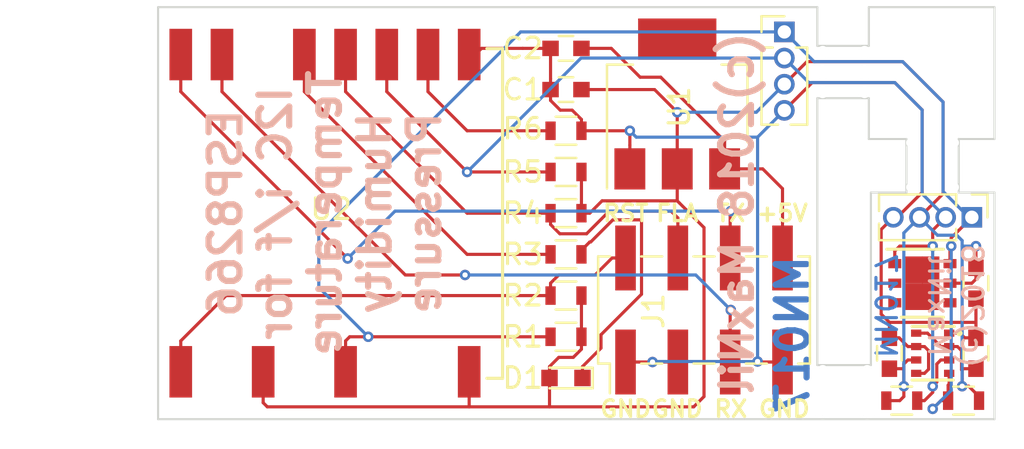
<source format=kicad_pcb>
(kicad_pcb (version 20171130) (host pcbnew "(5.0.1-3-g963ef8bb5)")

  (general
    (thickness 1.6)
    (drawings 33)
    (tracks 254)
    (zones 0)
    (modules 39)
    (nets 13)
  )

  (page A4)
  (layers
    (0 F.Cu signal)
    (31 B.Cu signal)
    (32 B.Adhes user)
    (33 F.Adhes user)
    (34 B.Paste user)
    (35 F.Paste user)
    (36 B.SilkS user)
    (37 F.SilkS user)
    (38 B.Mask user)
    (39 F.Mask user)
    (40 Dwgs.User user)
    (41 Cmts.User user)
    (42 Eco1.User user)
    (43 Eco2.User user)
    (44 Edge.Cuts user)
    (45 Margin user)
    (46 B.CrtYd user)
    (47 F.CrtYd user)
    (48 B.Fab user)
    (49 F.Fab user)
  )

  (setup
    (last_trace_width 0.1524)
    (user_trace_width 0.1524)
    (user_trace_width 0.2286)
    (trace_clearance 0.1524)
    (zone_clearance 0.1524)
    (zone_45_only yes)
    (trace_min 0.1524)
    (segment_width 0.2)
    (edge_width 0.1)
    (via_size 0.508)
    (via_drill 0.254)
    (via_min_size 0.508)
    (via_min_drill 0.254)
    (user_via 0.508 0.254)
    (uvia_size 0.3)
    (uvia_drill 0.1)
    (uvias_allowed no)
    (uvia_min_size 0.2)
    (uvia_min_drill 0.1)
    (pcb_text_width 0.3)
    (pcb_text_size 1.5 1.5)
    (mod_edge_width 0.15)
    (mod_text_size 1 1)
    (mod_text_width 0.15)
    (pad_size 0.508 0.508)
    (pad_drill 0.508)
    (pad_to_mask_clearance 0)
    (aux_axis_origin 0 0)
    (visible_elements FFFDFF7F)
    (pcbplotparams
      (layerselection 0x010fc_ffffffff)
      (usegerberextensions false)
      (usegerberattributes false)
      (usegerberadvancedattributes false)
      (creategerberjobfile false)
      (excludeedgelayer true)
      (linewidth 0.100000)
      (plotframeref false)
      (viasonmask false)
      (mode 1)
      (useauxorigin false)
      (hpglpennumber 1)
      (hpglpenspeed 20)
      (hpglpendiameter 15.000000)
      (psnegative false)
      (psa4output false)
      (plotreference true)
      (plotvalue true)
      (plotinvisibletext false)
      (padsonsilk false)
      (subtractmaskfromsilk false)
      (outputformat 1)
      (mirror false)
      (drillshape 1)
      (scaleselection 1)
      (outputdirectory ""))
  )

  (net 0 "")
  (net 1 +5V)
  (net 2 GND)
  (net 3 +3V3)
  (net 4 "Net-(D1-Pad1)")
  (net 5 /TXD)
  (net 6 /RXD)
  (net 7 /BOOT)
  (net 8 /RESET)
  (net 9 /LED)
  (net 10 /SDA)
  (net 11 /SCL)
  (net 12 "Net-(R6-Pad2)")

  (net_class Default "This is the default net class."
    (clearance 0.1524)
    (trace_width 0.1524)
    (via_dia 0.508)
    (via_drill 0.254)
    (uvia_dia 0.3)
    (uvia_drill 0.1)
    (add_net +3V3)
    (add_net +5V)
    (add_net /BOOT)
    (add_net /LED)
    (add_net /RESET)
    (add_net /RXD)
    (add_net /SCL)
    (add_net /SDA)
    (add_net /TXD)
    (add_net GND)
    (add_net "Net-(D1-Pad1)")
    (add_net "Net-(R6-Pad2)")
  )

  (module MaxNil:cut_hole (layer F.Cu) (tedit 5BE6E459) (tstamp 5BE7113B)
    (at 147.32 79.629)
    (fp_text reference REF** (at 0 0.5) (layer F.SilkS) hide
      (effects (font (size 1 1) (thickness 0.15)))
    )
    (fp_text value cut_hole (at 0 -0.5) (layer F.Fab) hide
      (effects (font (size 1 1) (thickness 0.15)))
    )
    (pad "" np_thru_hole circle (at 0 0) (size 0.508 0.508) (drill 0.508) (layers *.Mask F.Cu))
  )

  (module MaxNil:cut_hole (layer F.Cu) (tedit 5BE6E459) (tstamp 5BE71133)
    (at 147.32 80.645)
    (fp_text reference REF** (at 0 0.5) (layer F.SilkS) hide
      (effects (font (size 1 1) (thickness 0.15)))
    )
    (fp_text value cut_hole (at 0 -0.5) (layer F.Fab) hide
      (effects (font (size 1 1) (thickness 0.15)))
    )
    (pad "" np_thru_hole circle (at 0 0) (size 0.508 0.508) (drill 0.508) (layers *.Mask F.Cu))
  )

  (module MaxNil:cut_hole (layer F.Cu) (tedit 5BE6E459) (tstamp 5BE7112B)
    (at 145.161 81.661)
    (fp_text reference REF** (at 0 0.5) (layer F.SilkS) hide
      (effects (font (size 1 1) (thickness 0.15)))
    )
    (fp_text value cut_hole (at 0 -0.5) (layer F.Fab) hide
      (effects (font (size 1 1) (thickness 0.15)))
    )
    (pad "" np_thru_hole circle (at 0 0) (size 0.508 0.508) (drill 0.508) (layers *.Mask F.Cu))
  )

  (module MaxNil:cut_hole (layer F.Cu) (tedit 5BE6E459) (tstamp 5BE7111E)
    (at 147.32 81.661)
    (fp_text reference REF** (at 0 0.5) (layer F.SilkS) hide
      (effects (font (size 1 1) (thickness 0.15)))
    )
    (fp_text value cut_hole (at 0 -0.5) (layer F.Fab) hide
      (effects (font (size 1 1) (thickness 0.15)))
    )
    (pad "" np_thru_hole circle (at 0 0) (size 0.508 0.508) (drill 0.508) (layers *.Mask F.Cu))
  )

  (module MaxNil:cut_hole (layer F.Cu) (tedit 5BE6E459) (tstamp 5BE71102)
    (at 145.161 79.629)
    (fp_text reference REF** (at 0 0.5) (layer F.SilkS) hide
      (effects (font (size 1 1) (thickness 0.15)))
    )
    (fp_text value cut_hole (at 0 -0.5) (layer F.Fab) hide
      (effects (font (size 1 1) (thickness 0.15)))
    )
    (pad "" np_thru_hole circle (at 0 0) (size 0.508 0.508) (drill 0.508) (layers *.Mask F.Cu))
  )

  (module MaxNil:cut_hole (layer F.Cu) (tedit 5BE6E459) (tstamp 5BE710FA)
    (at 145.161 80.645)
    (fp_text reference REF** (at 0 0.5) (layer F.SilkS) hide
      (effects (font (size 1 1) (thickness 0.15)))
    )
    (fp_text value cut_hole (at 0 -0.5) (layer F.Fab) hide
      (effects (font (size 1 1) (thickness 0.15)))
    )
    (pad "" np_thru_hole circle (at 0 0) (size 0.508 0.508) (drill 0.508) (layers *.Mask F.Cu))
  )

  (module MaxNil:cut_hole (layer F.Cu) (tedit 5BE6E459) (tstamp 5BE710F2)
    (at 149.479 70.739)
    (fp_text reference REF** (at 0 0.5) (layer F.SilkS) hide
      (effects (font (size 1 1) (thickness 0.15)))
    )
    (fp_text value cut_hole (at 0 -0.5) (layer F.Fab) hide
      (effects (font (size 1 1) (thickness 0.15)))
    )
    (pad "" np_thru_hole circle (at 0 0) (size 0.508 0.508) (drill 0.508) (layers *.Mask F.Cu))
  )

  (module MaxNil:cut_hole (layer F.Cu) (tedit 5BE6E459) (tstamp 5BE710EA)
    (at 150.495 70.739)
    (fp_text reference REF** (at 0 0.5) (layer F.SilkS) hide
      (effects (font (size 1 1) (thickness 0.15)))
    )
    (fp_text value cut_hole (at 0 -0.5) (layer F.Fab) hide
      (effects (font (size 1 1) (thickness 0.15)))
    )
    (pad "" np_thru_hole circle (at 0 0) (size 0.508 0.508) (drill 0.508) (layers *.Mask F.Cu))
  )

  (module MaxNil:cut_hole (layer F.Cu) (tedit 5BE6E459) (tstamp 5BE710E2)
    (at 151.511 70.739)
    (fp_text reference REF** (at 0 0.5) (layer F.SilkS) hide
      (effects (font (size 1 1) (thickness 0.15)))
    )
    (fp_text value cut_hole (at 0 -0.5) (layer F.Fab) hide
      (effects (font (size 1 1) (thickness 0.15)))
    )
    (pad "" np_thru_hole circle (at 0 0) (size 0.508 0.508) (drill 0.508) (layers *.Mask F.Cu))
  )

  (module MaxNil:cut_hole (layer F.Cu) (tedit 5BE6E459) (tstamp 5BE710DA)
    (at 151.511 68.58)
    (fp_text reference REF** (at 0 0.5) (layer F.SilkS) hide
      (effects (font (size 1 1) (thickness 0.15)))
    )
    (fp_text value cut_hole (at 0 -0.5) (layer F.Fab) hide
      (effects (font (size 1 1) (thickness 0.15)))
    )
    (pad "" np_thru_hole circle (at 0 0) (size 0.508 0.508) (drill 0.508) (layers *.Mask F.Cu))
  )

  (module MaxNil:cut_hole (layer F.Cu) (tedit 5BE6E459) (tstamp 5BE710D2)
    (at 149.479 68.58)
    (fp_text reference REF** (at 0 0.5) (layer F.SilkS) hide
      (effects (font (size 1 1) (thickness 0.15)))
    )
    (fp_text value cut_hole (at 0 -0.5) (layer F.Fab) hide
      (effects (font (size 1 1) (thickness 0.15)))
    )
    (pad "" np_thru_hole circle (at 0 0) (size 0.508 0.508) (drill 0.508) (layers *.Mask F.Cu))
  )

  (module MaxNil:cut_hole (layer F.Cu) (tedit 5BE6E459) (tstamp 5BE710CA)
    (at 150.495 68.58)
    (fp_text reference REF** (at 0 0.5) (layer F.SilkS) hide
      (effects (font (size 1 1) (thickness 0.15)))
    )
    (fp_text value cut_hole (at 0 -0.5) (layer F.Fab) hide
      (effects (font (size 1 1) (thickness 0.15)))
    )
    (pad "" np_thru_hole circle (at 0 0) (size 0.508 0.508) (drill 0.508) (layers *.Mask F.Cu))
  )

  (module MaxNil:cut_hole (layer F.Cu) (tedit 5BE6E459) (tstamp 5BE710C2)
    (at 147.193 64.132)
    (fp_text reference REF** (at 0 0.5) (layer F.SilkS) hide
      (effects (font (size 1 1) (thickness 0.15)))
    )
    (fp_text value cut_hole (at 0 -0.5) (layer F.Fab) hide
      (effects (font (size 1 1) (thickness 0.15)))
    )
    (pad "" np_thru_hole circle (at 0 0) (size 0.508 0.508) (drill 0.508) (layers *.Mask F.Cu))
  )

  (module MaxNil:cut_hole (layer F.Cu) (tedit 5BE6E459) (tstamp 5BE710BA)
    (at 147.193 65.148)
    (fp_text reference REF** (at 0 0.5) (layer F.SilkS) hide
      (effects (font (size 1 1) (thickness 0.15)))
    )
    (fp_text value cut_hole (at 0 -0.5) (layer F.Fab) hide
      (effects (font (size 1 1) (thickness 0.15)))
    )
    (pad "" np_thru_hole circle (at 0 0) (size 0.508 0.508) (drill 0.508) (layers *.Mask F.Cu))
  )

  (module MaxNil:cut_hole (layer F.Cu) (tedit 5BE6E459) (tstamp 5BE710B2)
    (at 147.193 66.164)
    (fp_text reference REF** (at 0 0.5) (layer F.SilkS) hide
      (effects (font (size 1 1) (thickness 0.15)))
    )
    (fp_text value cut_hole (at 0 -0.5) (layer F.Fab) hide
      (effects (font (size 1 1) (thickness 0.15)))
    )
    (pad "" np_thru_hole circle (at 0 0) (size 0.508 0.508) (drill 0.508) (layers *.Mask F.Cu))
  )

  (module MaxNil:cut_hole (layer F.Cu) (tedit 5BE7FE91) (tstamp 5BE710AA)
    (at 145.161 66.164)
    (fp_text reference REF** (at 0 0.5) (layer F.SilkS) hide
      (effects (font (size 1 1) (thickness 0.15)))
    )
    (fp_text value cut_hole (at 0 -0.5) (layer F.Fab) hide
      (effects (font (size 1 1) (thickness 0.15)))
    )
    (pad "" np_thru_hole circle (at 0 0) (size 0.508 0.508) (drill 0.508) (layers *.Mask F.Cu))
  )

  (module MaxNil:cut_hole (layer F.Cu) (tedit 5BE6E459) (tstamp 5BE710A2)
    (at 145.161 64.132)
    (fp_text reference REF** (at 0 0.5) (layer F.SilkS) hide
      (effects (font (size 1 1) (thickness 0.15)))
    )
    (fp_text value cut_hole (at 0 -0.5) (layer F.Fab) hide
      (effects (font (size 1 1) (thickness 0.15)))
    )
    (pad "" np_thru_hole circle (at 0 0) (size 0.508 0.508) (drill 0.508) (layers *.Mask F.Cu))
  )

  (module Resistors_SMD:R_0603 (layer F.Cu) (tedit 5BE0A202) (tstamp 5BDED287)
    (at 149 81.1)
    (descr "Resistor SMD 0603, reflow soldering, Vishay (see dcrcw.pdf)")
    (tags "resistor 0603")
    (path /5BE21573)
    (attr smd)
    (fp_text reference R8 (at -0.1 1.4) (layer F.SilkS) hide
      (effects (font (size 1 1) (thickness 0.15)))
    )
    (fp_text value 10k (at 0 1.5) (layer F.Fab)
      (effects (font (size 1 1) (thickness 0.15)))
    )
    (fp_text user %R (at 0 0) (layer F.Fab)
      (effects (font (size 0.4 0.4) (thickness 0.075)))
    )
    (fp_line (start -0.8 0.4) (end -0.8 -0.4) (layer F.Fab) (width 0.1))
    (fp_line (start 0.8 0.4) (end -0.8 0.4) (layer F.Fab) (width 0.1))
    (fp_line (start 0.8 -0.4) (end 0.8 0.4) (layer F.Fab) (width 0.1))
    (fp_line (start -0.8 -0.4) (end 0.8 -0.4) (layer F.Fab) (width 0.1))
    (fp_line (start 0.5 0.68) (end -0.5 0.68) (layer F.SilkS) (width 0.12))
    (fp_line (start -0.5 -0.68) (end 0.5 -0.68) (layer F.SilkS) (width 0.12))
    (fp_line (start -1.25 -0.7) (end 1.25 -0.7) (layer F.CrtYd) (width 0.05))
    (fp_line (start -1.25 -0.7) (end -1.25 0.7) (layer F.CrtYd) (width 0.05))
    (fp_line (start 1.25 0.7) (end 1.25 -0.7) (layer F.CrtYd) (width 0.05))
    (fp_line (start 1.25 0.7) (end -1.25 0.7) (layer F.CrtYd) (width 0.05))
    (pad 1 smd rect (at -0.75 0) (size 0.5 0.9) (layers F.Cu F.Paste F.Mask)
      (net 3 +3V3))
    (pad 2 smd rect (at 0.75 0) (size 0.5 0.9) (layers F.Cu F.Paste F.Mask)
      (net 10 /SDA))
    (model ${KISYS3DMOD}/Resistors_SMD.3dshapes/R_0603.wrl
      (at (xyz 0 0 0))
      (scale (xyz 1 1 1))
      (rotate (xyz 0 0 0))
    )
  )

  (module Pin_Headers:Pin_Header_Straight_1x04_Pitch1.27mm (layer F.Cu) (tedit 5BE0A1E5) (tstamp 5BE0A00C)
    (at 152.4 72.2 270)
    (descr "Through hole straight pin header, 1x04, 1.27mm pitch, single row")
    (tags "Through hole pin header THT 1x04 1.27mm single row")
    (path /5BDDD81C)
    (fp_text reference J3 (at 0 -1.695 270) (layer F.SilkS) hide
      (effects (font (size 1 1) (thickness 0.15)))
    )
    (fp_text value Conn_01x04 (at 0 5.505 270) (layer F.Fab)
      (effects (font (size 1 1) (thickness 0.15)))
    )
    (fp_line (start -0.525 -0.635) (end 1.05 -0.635) (layer F.Fab) (width 0.1))
    (fp_line (start 1.05 -0.635) (end 1.05 4.445) (layer F.Fab) (width 0.1))
    (fp_line (start 1.05 4.445) (end -1.05 4.445) (layer F.Fab) (width 0.1))
    (fp_line (start -1.05 4.445) (end -1.05 -0.11) (layer F.Fab) (width 0.1))
    (fp_line (start -1.05 -0.11) (end -0.525 -0.635) (layer F.Fab) (width 0.1))
    (fp_line (start -1.11 4.505) (end -0.30753 4.505) (layer F.SilkS) (width 0.12))
    (fp_line (start 0.30753 4.505) (end 1.11 4.505) (layer F.SilkS) (width 0.12))
    (fp_line (start -1.11 0.76) (end -1.11 4.505) (layer F.SilkS) (width 0.12))
    (fp_line (start 1.11 0.76) (end 1.11 4.505) (layer F.SilkS) (width 0.12))
    (fp_line (start -1.11 0.76) (end -0.563471 0.76) (layer F.SilkS) (width 0.12))
    (fp_line (start 0.563471 0.76) (end 1.11 0.76) (layer F.SilkS) (width 0.12))
    (fp_line (start -1.11 0) (end -1.11 -0.76) (layer F.SilkS) (width 0.12))
    (fp_line (start -1.11 -0.76) (end 0 -0.76) (layer F.SilkS) (width 0.12))
    (fp_line (start -1.55 -1.15) (end -1.55 4.95) (layer F.CrtYd) (width 0.05))
    (fp_line (start -1.55 4.95) (end 1.55 4.95) (layer F.CrtYd) (width 0.05))
    (fp_line (start 1.55 4.95) (end 1.55 -1.15) (layer F.CrtYd) (width 0.05))
    (fp_line (start 1.55 -1.15) (end -1.55 -1.15) (layer F.CrtYd) (width 0.05))
    (fp_text user %R (at 0 1.905) (layer F.Fab)
      (effects (font (size 1 1) (thickness 0.15)))
    )
    (pad 1 thru_hole rect (at 0 0 270) (size 1 1) (drill 0.65) (layers *.Cu *.Mask)
      (net 11 /SCL))
    (pad 2 thru_hole oval (at 0 1.27 270) (size 1 1) (drill 0.65) (layers *.Cu *.Mask)
      (net 10 /SDA))
    (pad 3 thru_hole oval (at 0 2.54 270) (size 1 1) (drill 0.65) (layers *.Cu *.Mask)
      (net 3 +3V3))
    (pad 4 thru_hole oval (at 0 3.81 270) (size 1 1) (drill 0.65) (layers *.Cu *.Mask)
      (net 2 GND))
    (model ${KISYS3DMOD}/Pin_Headers.3dshapes/Pin_Header_Straight_1x04_Pitch1.27mm.wrl
      (at (xyz 0 0 0))
      (scale (xyz 1 1 1))
      (rotate (xyz 0 0 0))
    )
  )

  (module ESP8266:ESP-12E_SMD (layer F.Cu) (tedit 5BE6B8DB) (tstamp 5BE08F45)
    (at 114 79 90)
    (descr "Module, ESP-8266, ESP-12, 16 pad, SMD")
    (tags "Module ESP-8266 ESP8266")
    (path /5A92C426)
    (fp_text reference U2 (at 7.2 7.3 180) (layer F.SilkS)
      (effects (font (size 1 1) (thickness 0.15)))
    )
    (fp_text value ESP-12F (at 5.08 6.35 180) (layer F.Fab) hide
      (effects (font (size 1 1) (thickness 0.15)))
    )
    (fp_line (start -2.25 -0.5) (end -2.25 -8.75) (layer F.CrtYd) (width 0.05))
    (fp_line (start -2.25 -8.75) (end 15.25 -8.75) (layer F.CrtYd) (width 0.05))
    (fp_line (start 15.25 -8.75) (end 16.25 -8.75) (layer F.CrtYd) (width 0.05))
    (fp_line (start 16.25 -8.75) (end 16.25 16) (layer F.CrtYd) (width 0.05))
    (fp_line (start 16.25 16) (end -2.25 16) (layer F.CrtYd) (width 0.05))
    (fp_line (start -2.25 16) (end -2.25 -0.5) (layer F.CrtYd) (width 0.05))
    (fp_line (start -1.016 -8.382) (end 14.986 -8.382) (layer F.CrtYd) (width 0.1524))
    (fp_line (start 14.986 -8.382) (end 14.986 -0.889) (layer F.CrtYd) (width 0.1524))
    (fp_line (start -1.016 -8.382) (end -1.016 -1.016) (layer F.CrtYd) (width 0.1524))
    (fp_line (start -1.016 14.859) (end -1.016 15.621) (layer F.SilkS) (width 0.1524))
    (fp_line (start -1.016 15.621) (end 14.986 15.621) (layer F.SilkS) (width 0.1524))
    (fp_line (start 14.986 15.621) (end 14.986 14.859) (layer F.SilkS) (width 0.1524))
    (fp_line (start 14.992 -8.4) (end -1.008 -2.6) (layer F.CrtYd) (width 0.1524))
    (fp_line (start -1.008 -8.4) (end 14.992 -2.6) (layer F.CrtYd) (width 0.1524))
    (fp_text user "No Copper" (at 6.892 -5.4 90) (layer F.CrtYd)
      (effects (font (size 1 1) (thickness 0.15)))
    )
    (fp_line (start -1.008 -2.6) (end 14.992 -2.6) (layer F.CrtYd) (width 0.1524))
    (fp_line (start 15 -8.4) (end 15 15.6) (layer F.Fab) (width 0.05))
    (fp_line (start 14.992 15.6) (end -1.008 15.6) (layer F.Fab) (width 0.05))
    (fp_line (start -1.008 15.6) (end -1.008 -8.4) (layer F.Fab) (width 0.05))
    (fp_line (start -1.008 -8.4) (end 14.992 -8.4) (layer F.Fab) (width 0.05))
    (pad 1 smd rect (at 0 0 90) (size 2.5 1.1) (drill (offset -0.7 0)) (layers F.Cu F.Paste F.Mask)
      (net 8 /RESET))
    (pad 2 smd rect (at 0 2 90) (size 2.5 1.1) (drill (offset -0.7 0)) (layers Eco1.User))
    (pad 3 smd rect (at 0 4 90) (size 2.5 1.1) (drill (offset -0.7 0)) (layers F.Cu F.Paste F.Mask)
      (net 3 +3V3))
    (pad 4 smd rect (at 0 6 90) (size 2.5 1.1) (drill (offset -0.7 0)) (layers Eco1.User))
    (pad 5 smd rect (at 0 8 90) (size 2.5 1.1) (drill (offset -0.7 0)) (layers F.Cu F.Paste F.Mask)
      (net 11 /SCL))
    (pad 6 smd rect (at 0 10 90) (size 2.5 1.1) (drill (offset -0.7 0)) (layers Eco1.User))
    (pad 7 smd rect (at 0 12 90) (size 2.5 1.1) (drill (offset -0.7 0)) (layers Eco1.User))
    (pad 8 smd rect (at 0 14 90) (size 2.5 1.1) (drill (offset -0.7 0)) (layers F.Cu F.Paste F.Mask)
      (net 3 +3V3))
    (pad 9 smd rect (at 14 14 90) (size 2.5 1.1) (drill (offset 0.7 0)) (layers F.Cu F.Paste F.Mask)
      (net 2 GND))
    (pad 10 smd rect (at 14 12 90) (size 2.5 1.1) (drill (offset 0.7 0)) (layers F.Cu F.Paste F.Mask)
      (net 12 "Net-(R6-Pad2)"))
    (pad 11 smd rect (at 14 10 90) (size 2.5 1.1) (drill (offset 0.7 0)) (layers F.Cu F.Paste F.Mask)
      (net 10 /SDA))
    (pad 12 smd rect (at 14 8 90) (size 2.5 1.1) (drill (offset 0.7 0)) (layers F.Cu F.Paste F.Mask)
      (net 7 /BOOT))
    (pad 13 smd rect (at 14 6 90) (size 2.5 1.1) (drill (offset 0.7 0)) (layers F.Cu F.Paste F.Mask)
      (net 9 /LED))
    (pad 14 smd rect (at 14 4 90) (size 2.5 1.1) (drill (offset 0.7 0)) (layers Eco1.User))
    (pad 15 smd rect (at 14 2 90) (size 2.5 1.1) (drill (offset 0.7 0)) (layers F.Cu F.Paste F.Mask)
      (net 6 /RXD))
    (pad 16 smd rect (at 14 0 90) (size 2.5 1.1) (drill (offset 0.7 0)) (layers F.Cu F.Paste F.Mask)
      (net 5 /TXD))
    (pad 17 smd rect (at 1.99 15 180) (size 2.5 1.1) (drill (offset -0.7 0)) (layers Eco1.User))
    (pad 18 smd rect (at 3.99 15 180) (size 2.5 1.1) (drill (offset -0.7 0)) (layers Eco1.User))
    (pad 19 smd rect (at 5.99 15 180) (size 2.5 1.1) (drill (offset -0.7 0)) (layers Eco1.User))
    (pad 20 smd rect (at 7.99 15 180) (size 2.5 1.1) (drill (offset -0.7 0)) (layers Eco1.User))
    (pad 21 smd rect (at 9.99 15 180) (size 2.5 1.1) (drill (offset -0.7 0)) (layers Eco1.User))
    (pad 22 smd rect (at 11.99 15 180) (size 2.5 1.1) (drill (offset -0.7 0)) (layers Eco1.User))
    (model /Users/max/Documents/KiCad/Libraries/kicad-ESP8266-master/ESP8266.3dshapes/ESP-12-E-better.wrl
      (at (xyz 0 0 0))
      (scale (xyz 1 1 1))
      (rotate (xyz 0 0 0))
    )
  )

  (module Capacitors_SMD:C_0603 (layer F.Cu) (tedit 59958EE7) (tstamp 5BDD8A20)
    (at 132.7 66 180)
    (descr "Capacitor SMD 0603, reflow soldering, AVX (see smccp.pdf)")
    (tags "capacitor 0603")
    (path /5A9C8B8C)
    (attr smd)
    (fp_text reference C1 (at 2.1 0) (layer F.SilkS)
      (effects (font (size 1 1) (thickness 0.15)))
    )
    (fp_text value 1u (at 0 1.5 180) (layer F.Fab)
      (effects (font (size 1 1) (thickness 0.15)))
    )
    (fp_text user %R (at 0 0 180) (layer F.Fab)
      (effects (font (size 0.3 0.3) (thickness 0.075)))
    )
    (fp_line (start -0.8 0.4) (end -0.8 -0.4) (layer F.Fab) (width 0.1))
    (fp_line (start 0.8 0.4) (end -0.8 0.4) (layer F.Fab) (width 0.1))
    (fp_line (start 0.8 -0.4) (end 0.8 0.4) (layer F.Fab) (width 0.1))
    (fp_line (start -0.8 -0.4) (end 0.8 -0.4) (layer F.Fab) (width 0.1))
    (fp_line (start -0.35 -0.6) (end 0.35 -0.6) (layer F.SilkS) (width 0.12))
    (fp_line (start 0.35 0.6) (end -0.35 0.6) (layer F.SilkS) (width 0.12))
    (fp_line (start -1.4 -0.65) (end 1.4 -0.65) (layer F.CrtYd) (width 0.05))
    (fp_line (start -1.4 -0.65) (end -1.4 0.65) (layer F.CrtYd) (width 0.05))
    (fp_line (start 1.4 0.65) (end 1.4 -0.65) (layer F.CrtYd) (width 0.05))
    (fp_line (start 1.4 0.65) (end -1.4 0.65) (layer F.CrtYd) (width 0.05))
    (pad 1 smd rect (at -0.75 0 180) (size 0.8 0.75) (layers F.Cu F.Paste F.Mask)
      (net 3 +3V3))
    (pad 2 smd rect (at 0.75 0 180) (size 0.8 0.75) (layers F.Cu F.Paste F.Mask)
      (net 2 GND))
    (model Capacitors_SMD.3dshapes/C_0603.wrl
      (at (xyz 0 0 0))
      (scale (xyz 1 1 1))
      (rotate (xyz 0 0 0))
    )
  )

  (module Capacitors_SMD:C_0603 (layer F.Cu) (tedit 59958EE7) (tstamp 5BDECD14)
    (at 132.7 64 180)
    (descr "Capacitor SMD 0603, reflow soldering, AVX (see smccp.pdf)")
    (tags "capacitor 0603")
    (path /5A9C8BE3)
    (attr smd)
    (fp_text reference C2 (at 2.1 0) (layer F.SilkS)
      (effects (font (size 1 1) (thickness 0.15)))
    )
    (fp_text value 1u (at 0 1.5 180) (layer F.Fab)
      (effects (font (size 1 1) (thickness 0.15)))
    )
    (fp_line (start 1.4 0.65) (end -1.4 0.65) (layer F.CrtYd) (width 0.05))
    (fp_line (start 1.4 0.65) (end 1.4 -0.65) (layer F.CrtYd) (width 0.05))
    (fp_line (start -1.4 -0.65) (end -1.4 0.65) (layer F.CrtYd) (width 0.05))
    (fp_line (start -1.4 -0.65) (end 1.4 -0.65) (layer F.CrtYd) (width 0.05))
    (fp_line (start 0.35 0.6) (end -0.35 0.6) (layer F.SilkS) (width 0.12))
    (fp_line (start -0.35 -0.6) (end 0.35 -0.6) (layer F.SilkS) (width 0.12))
    (fp_line (start -0.8 -0.4) (end 0.8 -0.4) (layer F.Fab) (width 0.1))
    (fp_line (start 0.8 -0.4) (end 0.8 0.4) (layer F.Fab) (width 0.1))
    (fp_line (start 0.8 0.4) (end -0.8 0.4) (layer F.Fab) (width 0.1))
    (fp_line (start -0.8 0.4) (end -0.8 -0.4) (layer F.Fab) (width 0.1))
    (fp_text user %R (at 0 0 180) (layer F.Fab)
      (effects (font (size 0.3 0.3) (thickness 0.075)))
    )
    (pad 2 smd rect (at 0.75 0 180) (size 0.8 0.75) (layers F.Cu F.Paste F.Mask)
      (net 2 GND))
    (pad 1 smd rect (at -0.75 0 180) (size 0.8 0.75) (layers F.Cu F.Paste F.Mask)
      (net 1 +5V))
    (model Capacitors_SMD.3dshapes/C_0603.wrl
      (at (xyz 0 0 0))
      (scale (xyz 1 1 1))
      (rotate (xyz 0 0 0))
    )
  )

  (module Capacitors_SMD:C_0603 (layer F.Cu) (tedit 5BE0A1F4) (tstamp 5BDED9AD)
    (at 152.6 78.8 90)
    (descr "Capacitor SMD 0603, reflow soldering, AVX (see smccp.pdf)")
    (tags "capacitor 0603")
    (path /5A92C931)
    (attr smd)
    (fp_text reference C3 (at 0 1.8 90) (layer F.SilkS) hide
      (effects (font (size 1 1) (thickness 0.15)))
    )
    (fp_text value 0.1u (at 0 1.5 90) (layer F.Fab)
      (effects (font (size 1 1) (thickness 0.15)))
    )
    (fp_line (start 1.4 0.65) (end -1.4 0.65) (layer F.CrtYd) (width 0.05))
    (fp_line (start 1.4 0.65) (end 1.4 -0.65) (layer F.CrtYd) (width 0.05))
    (fp_line (start -1.4 -0.65) (end -1.4 0.65) (layer F.CrtYd) (width 0.05))
    (fp_line (start -1.4 -0.65) (end 1.4 -0.65) (layer F.CrtYd) (width 0.05))
    (fp_line (start 0.35 0.6) (end -0.35 0.6) (layer F.SilkS) (width 0.12))
    (fp_line (start -0.35 -0.6) (end 0.35 -0.6) (layer F.SilkS) (width 0.12))
    (fp_line (start -0.8 -0.4) (end 0.8 -0.4) (layer F.Fab) (width 0.1))
    (fp_line (start 0.8 -0.4) (end 0.8 0.4) (layer F.Fab) (width 0.1))
    (fp_line (start 0.8 0.4) (end -0.8 0.4) (layer F.Fab) (width 0.1))
    (fp_line (start -0.8 0.4) (end -0.8 -0.4) (layer F.Fab) (width 0.1))
    (fp_text user %R (at 0 0 90) (layer F.Fab)
      (effects (font (size 0.3 0.3) (thickness 0.075)))
    )
    (pad 2 smd rect (at 0.75 0 90) (size 0.8 0.75) (layers F.Cu F.Paste F.Mask)
      (net 2 GND))
    (pad 1 smd rect (at -0.75 0 90) (size 0.8 0.75) (layers F.Cu F.Paste F.Mask)
      (net 3 +3V3))
    (model Capacitors_SMD.3dshapes/C_0603.wrl
      (at (xyz 0 0 0))
      (scale (xyz 1 1 1))
      (rotate (xyz 0 0 0))
    )
  )

  (module Capacitors_SMD:C_0603 (layer F.Cu) (tedit 5BE0A1FB) (tstamp 5BE0972C)
    (at 148.4 78.8 90)
    (descr "Capacitor SMD 0603, reflow soldering, AVX (see smccp.pdf)")
    (tags "capacitor 0603")
    (path /5A9C4617)
    (attr smd)
    (fp_text reference C4 (at 0 -1.5 90) (layer F.SilkS) hide
      (effects (font (size 1 1) (thickness 0.15)))
    )
    (fp_text value 0.1u (at 0 1.5 90) (layer F.Fab)
      (effects (font (size 1 1) (thickness 0.15)))
    )
    (fp_text user %R (at 0 0 90) (layer F.Fab)
      (effects (font (size 0.3 0.3) (thickness 0.075)))
    )
    (fp_line (start -0.8 0.4) (end -0.8 -0.4) (layer F.Fab) (width 0.1))
    (fp_line (start 0.8 0.4) (end -0.8 0.4) (layer F.Fab) (width 0.1))
    (fp_line (start 0.8 -0.4) (end 0.8 0.4) (layer F.Fab) (width 0.1))
    (fp_line (start -0.8 -0.4) (end 0.8 -0.4) (layer F.Fab) (width 0.1))
    (fp_line (start -0.35 -0.6) (end 0.35 -0.6) (layer F.SilkS) (width 0.12))
    (fp_line (start 0.35 0.6) (end -0.35 0.6) (layer F.SilkS) (width 0.12))
    (fp_line (start -1.4 -0.65) (end 1.4 -0.65) (layer F.CrtYd) (width 0.05))
    (fp_line (start -1.4 -0.65) (end -1.4 0.65) (layer F.CrtYd) (width 0.05))
    (fp_line (start 1.4 0.65) (end 1.4 -0.65) (layer F.CrtYd) (width 0.05))
    (fp_line (start 1.4 0.65) (end -1.4 0.65) (layer F.CrtYd) (width 0.05))
    (pad 1 smd rect (at -0.75 0 90) (size 0.8 0.75) (layers F.Cu F.Paste F.Mask)
      (net 3 +3V3))
    (pad 2 smd rect (at 0.75 0 90) (size 0.8 0.75) (layers F.Cu F.Paste F.Mask)
      (net 2 GND))
    (model Capacitors_SMD.3dshapes/C_0603.wrl
      (at (xyz 0 0 0))
      (scale (xyz 1 1 1))
      (rotate (xyz 0 0 0))
    )
  )

  (module Capacitors_SMD:C_0603 (layer F.Cu) (tedit 5BE0A1ED) (tstamp 5BE716FA)
    (at 152.6 75.4 270)
    (descr "Capacitor SMD 0603, reflow soldering, AVX (see smccp.pdf)")
    (tags "capacitor 0603")
    (path /5A92C8F3)
    (attr smd)
    (fp_text reference C5 (at 0 -1.5 270) (layer F.SilkS) hide
      (effects (font (size 1 1) (thickness 0.15)))
    )
    (fp_text value 0.1u (at 0 1.5 270) (layer F.Fab)
      (effects (font (size 1 1) (thickness 0.15)))
    )
    (fp_text user %R (at 0 0 270) (layer F.Fab)
      (effects (font (size 0.3 0.3) (thickness 0.075)))
    )
    (fp_line (start -0.8 0.4) (end -0.8 -0.4) (layer F.Fab) (width 0.1))
    (fp_line (start 0.8 0.4) (end -0.8 0.4) (layer F.Fab) (width 0.1))
    (fp_line (start 0.8 -0.4) (end 0.8 0.4) (layer F.Fab) (width 0.1))
    (fp_line (start -0.8 -0.4) (end 0.8 -0.4) (layer F.Fab) (width 0.1))
    (fp_line (start -0.35 -0.6) (end 0.35 -0.6) (layer F.SilkS) (width 0.12))
    (fp_line (start 0.35 0.6) (end -0.35 0.6) (layer F.SilkS) (width 0.12))
    (fp_line (start -1.4 -0.65) (end 1.4 -0.65) (layer F.CrtYd) (width 0.05))
    (fp_line (start -1.4 -0.65) (end -1.4 0.65) (layer F.CrtYd) (width 0.05))
    (fp_line (start 1.4 0.65) (end 1.4 -0.65) (layer F.CrtYd) (width 0.05))
    (fp_line (start 1.4 0.65) (end -1.4 0.65) (layer F.CrtYd) (width 0.05))
    (pad 1 smd rect (at -0.75 0 270) (size 0.8 0.75) (layers F.Cu F.Paste F.Mask)
      (net 3 +3V3))
    (pad 2 smd rect (at 0.75 0 270) (size 0.8 0.75) (layers F.Cu F.Paste F.Mask)
      (net 2 GND))
    (model Capacitors_SMD.3dshapes/C_0603.wrl
      (at (xyz 0 0 0))
      (scale (xyz 1 1 1))
      (rotate (xyz 0 0 0))
    )
  )

  (module LEDs:LED_0603 (layer F.Cu) (tedit 57FE93A5) (tstamp 5BDD8BBF)
    (at 132.7 80 180)
    (descr "LED 0603 smd package")
    (tags "LED led 0603 SMD smd SMT smt smdled SMDLED smtled SMTLED")
    (path /5A92C9C9)
    (attr smd)
    (fp_text reference D1 (at 2.1 0 180) (layer F.SilkS)
      (effects (font (size 1 1) (thickness 0.15)))
    )
    (fp_text value "White LED" (at 0 1.35 180) (layer F.Fab)
      (effects (font (size 1 1) (thickness 0.15)))
    )
    (fp_line (start -1.45 -0.65) (end 1.45 -0.65) (layer F.CrtYd) (width 0.05))
    (fp_line (start -1.45 0.65) (end -1.45 -0.65) (layer F.CrtYd) (width 0.05))
    (fp_line (start 1.45 0.65) (end -1.45 0.65) (layer F.CrtYd) (width 0.05))
    (fp_line (start 1.45 -0.65) (end 1.45 0.65) (layer F.CrtYd) (width 0.05))
    (fp_line (start -1.3 -0.5) (end 0.8 -0.5) (layer F.SilkS) (width 0.12))
    (fp_line (start -1.3 0.5) (end 0.8 0.5) (layer F.SilkS) (width 0.12))
    (fp_line (start -0.8 0.4) (end -0.8 -0.4) (layer F.Fab) (width 0.1))
    (fp_line (start -0.8 -0.4) (end 0.8 -0.4) (layer F.Fab) (width 0.1))
    (fp_line (start 0.8 -0.4) (end 0.8 0.4) (layer F.Fab) (width 0.1))
    (fp_line (start 0.8 0.4) (end -0.8 0.4) (layer F.Fab) (width 0.1))
    (fp_line (start 0.15 -0.2) (end 0.15 0.2) (layer F.Fab) (width 0.1))
    (fp_line (start 0.15 0.2) (end -0.15 0) (layer F.Fab) (width 0.1))
    (fp_line (start -0.15 0) (end 0.15 -0.2) (layer F.Fab) (width 0.1))
    (fp_line (start -0.2 -0.2) (end -0.2 0.2) (layer F.Fab) (width 0.1))
    (fp_line (start -1.3 -0.5) (end -1.3 0.5) (layer F.SilkS) (width 0.12))
    (pad 1 smd rect (at -0.8 0) (size 0.8 0.8) (layers F.Cu F.Paste F.Mask)
      (net 4 "Net-(D1-Pad1)"))
    (pad 2 smd rect (at 0.8 0) (size 0.8 0.8) (layers F.Cu F.Paste F.Mask)
      (net 3 +3V3))
    (model ${KISYS3DMOD}/LEDs.3dshapes/LED_0603.wrl
      (at (xyz 0 0 0))
      (scale (xyz 1 1 1))
      (rotate (xyz 0 0 180))
    )
  )

  (module Pin_Headers:Pin_Header_Straight_2x04_Pitch2.54mm_SMD (layer F.Cu) (tedit 59650532) (tstamp 5BE09492)
    (at 139.4 76.7 90)
    (descr "surface-mounted straight pin header, 2x04, 2.54mm pitch, double rows")
    (tags "Surface mounted pin header SMD 2x04 2.54mm double row")
    (path /5A92E8C5)
    (attr smd)
    (fp_text reference J1 (at -0.05 -2.45 90) (layer F.SilkS)
      (effects (font (size 1 1) (thickness 0.15)))
    )
    (fp_text value Con1 (at 0 6.14 90) (layer F.Fab)
      (effects (font (size 1 1) (thickness 0.15)))
    )
    (fp_text user %R (at 0 0 180) (layer F.Fab)
      (effects (font (size 1 1) (thickness 0.15)))
    )
    (fp_line (start 5.9 -5.6) (end -5.9 -5.6) (layer F.CrtYd) (width 0.05))
    (fp_line (start 5.9 5.6) (end 5.9 -5.6) (layer F.CrtYd) (width 0.05))
    (fp_line (start -5.9 5.6) (end 5.9 5.6) (layer F.CrtYd) (width 0.05))
    (fp_line (start -5.9 -5.6) (end -5.9 5.6) (layer F.CrtYd) (width 0.05))
    (fp_line (start 2.6 2.03) (end 2.6 3.05) (layer F.SilkS) (width 0.12))
    (fp_line (start -2.6 2.03) (end -2.6 3.05) (layer F.SilkS) (width 0.12))
    (fp_line (start 2.6 -0.51) (end 2.6 0.51) (layer F.SilkS) (width 0.12))
    (fp_line (start -2.6 -0.51) (end -2.6 0.51) (layer F.SilkS) (width 0.12))
    (fp_line (start 2.6 -3.05) (end 2.6 -2.03) (layer F.SilkS) (width 0.12))
    (fp_line (start -2.6 -3.05) (end -2.6 -2.03) (layer F.SilkS) (width 0.12))
    (fp_line (start 2.6 4.57) (end 2.6 5.14) (layer F.SilkS) (width 0.12))
    (fp_line (start -2.6 4.57) (end -2.6 5.14) (layer F.SilkS) (width 0.12))
    (fp_line (start 2.6 -5.14) (end 2.6 -4.57) (layer F.SilkS) (width 0.12))
    (fp_line (start -2.6 -5.14) (end -2.6 -4.57) (layer F.SilkS) (width 0.12))
    (fp_line (start -4.04 -4.57) (end -2.6 -4.57) (layer F.SilkS) (width 0.12))
    (fp_line (start -2.6 5.14) (end 2.6 5.14) (layer F.SilkS) (width 0.12))
    (fp_line (start -2.6 -5.14) (end 2.6 -5.14) (layer F.SilkS) (width 0.12))
    (fp_line (start 3.6 4.13) (end 2.54 4.13) (layer F.Fab) (width 0.1))
    (fp_line (start 3.6 3.49) (end 3.6 4.13) (layer F.Fab) (width 0.1))
    (fp_line (start 2.54 3.49) (end 3.6 3.49) (layer F.Fab) (width 0.1))
    (fp_line (start -3.6 4.13) (end -2.54 4.13) (layer F.Fab) (width 0.1))
    (fp_line (start -3.6 3.49) (end -3.6 4.13) (layer F.Fab) (width 0.1))
    (fp_line (start -2.54 3.49) (end -3.6 3.49) (layer F.Fab) (width 0.1))
    (fp_line (start 3.6 1.59) (end 2.54 1.59) (layer F.Fab) (width 0.1))
    (fp_line (start 3.6 0.95) (end 3.6 1.59) (layer F.Fab) (width 0.1))
    (fp_line (start 2.54 0.95) (end 3.6 0.95) (layer F.Fab) (width 0.1))
    (fp_line (start -3.6 1.59) (end -2.54 1.59) (layer F.Fab) (width 0.1))
    (fp_line (start -3.6 0.95) (end -3.6 1.59) (layer F.Fab) (width 0.1))
    (fp_line (start -2.54 0.95) (end -3.6 0.95) (layer F.Fab) (width 0.1))
    (fp_line (start 3.6 -0.95) (end 2.54 -0.95) (layer F.Fab) (width 0.1))
    (fp_line (start 3.6 -1.59) (end 3.6 -0.95) (layer F.Fab) (width 0.1))
    (fp_line (start 2.54 -1.59) (end 3.6 -1.59) (layer F.Fab) (width 0.1))
    (fp_line (start -3.6 -0.95) (end -2.54 -0.95) (layer F.Fab) (width 0.1))
    (fp_line (start -3.6 -1.59) (end -3.6 -0.95) (layer F.Fab) (width 0.1))
    (fp_line (start -2.54 -1.59) (end -3.6 -1.59) (layer F.Fab) (width 0.1))
    (fp_line (start 3.6 -3.49) (end 2.54 -3.49) (layer F.Fab) (width 0.1))
    (fp_line (start 3.6 -4.13) (end 3.6 -3.49) (layer F.Fab) (width 0.1))
    (fp_line (start 2.54 -4.13) (end 3.6 -4.13) (layer F.Fab) (width 0.1))
    (fp_line (start -3.6 -3.49) (end -2.54 -3.49) (layer F.Fab) (width 0.1))
    (fp_line (start -3.6 -4.13) (end -3.6 -3.49) (layer F.Fab) (width 0.1))
    (fp_line (start -2.54 -4.13) (end -3.6 -4.13) (layer F.Fab) (width 0.1))
    (fp_line (start 2.54 -5.08) (end 2.54 5.08) (layer F.Fab) (width 0.1))
    (fp_line (start -2.54 -4.13) (end -1.59 -5.08) (layer F.Fab) (width 0.1))
    (fp_line (start -2.54 5.08) (end -2.54 -4.13) (layer F.Fab) (width 0.1))
    (fp_line (start -1.59 -5.08) (end 2.54 -5.08) (layer F.Fab) (width 0.1))
    (fp_line (start 2.54 5.08) (end -2.54 5.08) (layer F.Fab) (width 0.1))
    (pad 8 smd rect (at 2.525 3.81 90) (size 3.15 1) (layers F.Cu F.Paste F.Mask)
      (net 1 +5V))
    (pad 7 smd rect (at -2.525 3.81 90) (size 3.15 1) (layers F.Cu F.Paste F.Mask)
      (net 2 GND))
    (pad 6 smd rect (at 2.525 1.27 90) (size 3.15 1) (layers F.Cu F.Paste F.Mask)
      (net 5 /TXD))
    (pad 5 smd rect (at -2.525 1.27 90) (size 3.15 1) (layers F.Cu F.Paste F.Mask)
      (net 6 /RXD))
    (pad 4 smd rect (at 2.525 -1.27 90) (size 3.15 1) (layers F.Cu F.Paste F.Mask)
      (net 7 /BOOT))
    (pad 3 smd rect (at -2.525 -1.27 90) (size 3.15 1) (layers F.Cu F.Paste F.Mask)
      (net 2 GND))
    (pad 2 smd rect (at 2.525 -3.81 90) (size 3.15 1) (layers F.Cu F.Paste F.Mask)
      (net 8 /RESET))
    (pad 1 smd rect (at -2.525 -3.81 90) (size 3.15 1) (layers F.Cu F.Paste F.Mask)
      (net 2 GND))
    (model ${KISYS3DMOD}/Pin_Headers.3dshapes/Pin_Header_Straight_2x04_Pitch2.54mm.wrl
      (at (xyz 0 0 0))
      (scale (xyz 1 1 1))
      (rotate (xyz 0 0 90))
    )
  )

  (module Resistors_SMD:R_0603 (layer F.Cu) (tedit 58E0A804) (tstamp 5BDD8C52)
    (at 132.7 72 180)
    (descr "Resistor SMD 0603, reflow soldering, Vishay (see dcrcw.pdf)")
    (tags "resistor 0603")
    (path /5A92CA9F)
    (attr smd)
    (fp_text reference R4 (at 2.1 0) (layer F.SilkS)
      (effects (font (size 1 1) (thickness 0.15)))
    )
    (fp_text value 1k (at 0 1.5 180) (layer F.Fab)
      (effects (font (size 1 1) (thickness 0.15)))
    )
    (fp_line (start 1.25 0.7) (end -1.25 0.7) (layer F.CrtYd) (width 0.05))
    (fp_line (start 1.25 0.7) (end 1.25 -0.7) (layer F.CrtYd) (width 0.05))
    (fp_line (start -1.25 -0.7) (end -1.25 0.7) (layer F.CrtYd) (width 0.05))
    (fp_line (start -1.25 -0.7) (end 1.25 -0.7) (layer F.CrtYd) (width 0.05))
    (fp_line (start -0.5 -0.68) (end 0.5 -0.68) (layer F.SilkS) (width 0.12))
    (fp_line (start 0.5 0.68) (end -0.5 0.68) (layer F.SilkS) (width 0.12))
    (fp_line (start -0.8 -0.4) (end 0.8 -0.4) (layer F.Fab) (width 0.1))
    (fp_line (start 0.8 -0.4) (end 0.8 0.4) (layer F.Fab) (width 0.1))
    (fp_line (start 0.8 0.4) (end -0.8 0.4) (layer F.Fab) (width 0.1))
    (fp_line (start -0.8 0.4) (end -0.8 -0.4) (layer F.Fab) (width 0.1))
    (fp_text user %R (at 0 0 180) (layer F.Fab)
      (effects (font (size 0.4 0.4) (thickness 0.075)))
    )
    (pad 2 smd rect (at 0.75 0 180) (size 0.5 0.9) (layers F.Cu F.Paste F.Mask)
      (net 7 /BOOT))
    (pad 1 smd rect (at -0.75 0 180) (size 0.5 0.9) (layers F.Cu F.Paste F.Mask)
      (net 3 +3V3))
    (model ${KISYS3DMOD}/Resistors_SMD.3dshapes/R_0603.wrl
      (at (xyz 0 0 0))
      (scale (xyz 1 1 1))
      (rotate (xyz 0 0 0))
    )
  )

  (module Resistors_SMD:R_0603 (layer F.Cu) (tedit 58E0A804) (tstamp 5BDEC15C)
    (at 132.7 70 180)
    (descr "Resistor SMD 0603, reflow soldering, Vishay (see dcrcw.pdf)")
    (tags "resistor 0603")
    (path /5A9C2339)
    (attr smd)
    (fp_text reference R5 (at 2.1 0) (layer F.SilkS)
      (effects (font (size 1 1) (thickness 0.15)))
    )
    (fp_text value 10k (at 0 1.5 180) (layer F.Fab)
      (effects (font (size 1 1) (thickness 0.15)))
    )
    (fp_text user %R (at 0 0 180) (layer F.Fab)
      (effects (font (size 0.4 0.4) (thickness 0.075)))
    )
    (fp_line (start -0.8 0.4) (end -0.8 -0.4) (layer F.Fab) (width 0.1))
    (fp_line (start 0.8 0.4) (end -0.8 0.4) (layer F.Fab) (width 0.1))
    (fp_line (start 0.8 -0.4) (end 0.8 0.4) (layer F.Fab) (width 0.1))
    (fp_line (start -0.8 -0.4) (end 0.8 -0.4) (layer F.Fab) (width 0.1))
    (fp_line (start 0.5 0.68) (end -0.5 0.68) (layer F.SilkS) (width 0.12))
    (fp_line (start -0.5 -0.68) (end 0.5 -0.68) (layer F.SilkS) (width 0.12))
    (fp_line (start -1.25 -0.7) (end 1.25 -0.7) (layer F.CrtYd) (width 0.05))
    (fp_line (start -1.25 -0.7) (end -1.25 0.7) (layer F.CrtYd) (width 0.05))
    (fp_line (start 1.25 0.7) (end 1.25 -0.7) (layer F.CrtYd) (width 0.05))
    (fp_line (start 1.25 0.7) (end -1.25 0.7) (layer F.CrtYd) (width 0.05))
    (pad 1 smd rect (at -0.75 0 180) (size 0.5 0.9) (layers F.Cu F.Paste F.Mask)
      (net 3 +3V3))
    (pad 2 smd rect (at 0.75 0 180) (size 0.5 0.9) (layers F.Cu F.Paste F.Mask)
      (net 10 /SDA))
    (model ${KISYS3DMOD}/Resistors_SMD.3dshapes/R_0603.wrl
      (at (xyz 0 0 0))
      (scale (xyz 1 1 1))
      (rotate (xyz 0 0 0))
    )
  )

  (module TO_SOT_Packages_SMD:SOT-223 (layer F.Cu) (tedit 58CE4E7E) (tstamp 5BE349D5)
    (at 138.1 66.7 90)
    (descr "module CMS SOT223 4 pins")
    (tags "CMS SOT")
    (path /5A92E9F5)
    (attr smd)
    (fp_text reference U1 (at -0.15 0.1 270) (layer F.SilkS)
      (effects (font (size 1 1) (thickness 0.15)))
    )
    (fp_text value AZ1117-3.3 (at 0 4.5 90) (layer F.Fab)
      (effects (font (size 1 1) (thickness 0.15)))
    )
    (fp_line (start 1.85 -3.35) (end 1.85 3.35) (layer F.Fab) (width 0.1))
    (fp_line (start -1.85 3.35) (end 1.85 3.35) (layer F.Fab) (width 0.1))
    (fp_line (start -4.1 -3.41) (end 1.91 -3.41) (layer F.SilkS) (width 0.12))
    (fp_line (start -0.8 -3.35) (end 1.85 -3.35) (layer F.Fab) (width 0.1))
    (fp_line (start -1.85 3.41) (end 1.91 3.41) (layer F.SilkS) (width 0.12))
    (fp_line (start -1.85 -2.3) (end -1.85 3.35) (layer F.Fab) (width 0.1))
    (fp_line (start -4.4 -3.6) (end -4.4 3.6) (layer F.CrtYd) (width 0.05))
    (fp_line (start -4.4 3.6) (end 4.4 3.6) (layer F.CrtYd) (width 0.05))
    (fp_line (start 4.4 3.6) (end 4.4 -3.6) (layer F.CrtYd) (width 0.05))
    (fp_line (start 4.4 -3.6) (end -4.4 -3.6) (layer F.CrtYd) (width 0.05))
    (fp_line (start 1.91 -3.41) (end 1.91 -2.15) (layer F.SilkS) (width 0.12))
    (fp_line (start 1.91 3.41) (end 1.91 2.15) (layer F.SilkS) (width 0.12))
    (fp_line (start -1.85 -2.3) (end -0.8 -3.35) (layer F.Fab) (width 0.1))
    (fp_text user %R (at 0 0 180) (layer F.Fab)
      (effects (font (size 0.8 0.8) (thickness 0.12)))
    )
    (pad 1 smd rect (at -3.15 -2.3 90) (size 2 1.5) (layers F.Cu F.Paste F.Mask)
      (net 2 GND))
    (pad 3 smd rect (at -3.15 2.3 90) (size 2 1.5) (layers F.Cu F.Paste F.Mask)
      (net 1 +5V))
    (pad 2 smd rect (at -3.15 0 90) (size 2 1.5) (layers F.Cu F.Paste F.Mask)
      (net 3 +3V3))
    (pad 4 smd rect (at 3.15 0 90) (size 2 3.8) (layers F.Cu F.Paste F.Mask))
    (model ${KISYS3DMOD}/TO_SOT_Packages_SMD.3dshapes/SOT-223.wrl
      (at (xyz 0 0 0))
      (scale (xyz 0.4 0.4 0.4))
      (rotate (xyz 0 0 90))
    )
  )

  (module Housings_DFN_QFN:DFN-6-1EP_3x3mm_Pitch0.95mm (layer F.Cu) (tedit 5BE6C7CE) (tstamp 5BDEDC7E)
    (at 150 75.4)
    (descr "DFN6 3*3 MM, 0.95 PITCH; CASE 506AH-01 (see ON Semiconductor 506AH.PDF)")
    (tags "DFN 0.95")
    (path /5A92C816)
    (attr smd)
    (fp_text reference U3 (at 3.1 -6.4) (layer F.SilkS) hide
      (effects (font (size 1 1) (thickness 0.15)))
    )
    (fp_text value Si7021 (at 0 2.575) (layer F.Fab)
      (effects (font (size 1 1) (thickness 0.15)))
    )
    (fp_line (start -1.73 -1.65) (end 1.025 -1.65) (layer F.SilkS) (width 0.15))
    (fp_line (start -1.025 1.65) (end 1.025 1.65) (layer F.SilkS) (width 0.15))
    (fp_line (start -1.9 1.85) (end 1.9 1.85) (layer F.CrtYd) (width 0.05))
    (fp_line (start -1.9 -1.85) (end 1.9 -1.85) (layer F.CrtYd) (width 0.05))
    (fp_line (start 1.9 -1.85) (end 1.9 1.85) (layer F.CrtYd) (width 0.05))
    (fp_line (start -1.9 -1.85) (end -1.9 1.85) (layer F.CrtYd) (width 0.05))
    (fp_line (start -1.5 -0.5) (end -0.5 -1.5) (layer F.Fab) (width 0.15))
    (fp_line (start -1.5 1.5) (end -1.5 -0.5) (layer F.Fab) (width 0.15))
    (fp_line (start 1.5 1.5) (end -1.5 1.5) (layer F.Fab) (width 0.15))
    (fp_line (start 1.5 -1.5) (end 1.5 1.5) (layer F.Fab) (width 0.15))
    (fp_line (start -0.5 -1.5) (end 1.5 -1.5) (layer F.Fab) (width 0.15))
    (pad 7 smd rect (at -0.4 -0.65) (size 0.85 1.3) (layers F.Cu F.Paste F.Mask)
      (solder_paste_margin_ratio -0.2))
    (pad 7 smd rect (at -0.4 0.65) (size 0.85 1.3) (layers F.Cu F.Paste F.Mask)
      (solder_paste_margin_ratio -0.2))
    (pad 7 smd rect (at 0.4 -0.65) (size 0.85 1.3) (layers F.Cu F.Paste F.Mask)
      (solder_paste_margin_ratio -0.2))
    (pad 7 smd rect (at 0.4 0.65) (size 0.85 1.3) (layers F.Cu F.Paste F.Mask)
      (solder_paste_margin_ratio -0.2))
    (pad 6 smd rect (at 1.34 -0.95) (size 0.63 0.45) (layers F.Cu F.Paste F.Mask)
      (net 11 /SCL))
    (pad 5 smd rect (at 1.34 0) (size 0.63 0.45) (layers F.Cu F.Paste F.Mask)
      (net 3 +3V3))
    (pad 4 smd rect (at 1.34 0.95) (size 0.63 0.45) (layers F.Cu F.Paste F.Mask))
    (pad 3 smd rect (at -1.34 0.95) (size 0.63 0.45) (layers F.Cu F.Paste F.Mask))
    (pad 2 smd rect (at -1.34 0) (size 0.63 0.45) (layers F.Cu F.Paste F.Mask)
      (net 2 GND))
    (pad 1 smd rect (at -1.34 -0.95) (size 0.63 0.45) (layers F.Cu F.Paste F.Mask)
      (net 10 /SDA))
    (model ${KISYS3DMOD}/Housings_DFN_QFN.3dshapes/DFN-6-1EP_3x3mm_Pitch0.95mm.wrl
      (at (xyz 0 0 0))
      (scale (xyz 1 1 1))
      (rotate (xyz 0 0 0))
    )
  )

  (module MaxNil:BOSCH_BMP280 (layer F.Cu) (tedit 5BE0A20A) (tstamp 5BDEDC42)
    (at 150.5 78.8 270)
    (path /5A9331AD)
    (fp_text reference U4 (at 3.6 0) (layer F.SilkS) hide
      (effects (font (size 1 1) (thickness 0.15)))
    )
    (fp_text value BMP280 (at 0 -0.5 270) (layer F.Fab)
      (effects (font (size 0.5 0.5) (thickness 0.1)))
    )
    (fp_circle (center -0.975 -1.3) (end -0.9 -1.3) (layer F.SilkS) (width 0.15))
    (fp_line (start -1.4 -1.3) (end 1.4 -1.3) (layer F.CrtYd) (width 0.05))
    (fp_line (start 1.3 -1) (end 1.3 1) (layer F.SilkS) (width 0.15))
    (fp_line (start -1.3 1) (end -1.3 -1.05) (layer F.SilkS) (width 0.15))
    (fp_line (start -1.4 1.3) (end 1.4 1.3) (layer F.CrtYd) (width 0.05))
    (fp_line (start -1.4 1.3) (end -1.4 -1.3) (layer F.CrtYd) (width 0.05))
    (fp_line (start 1.4 1.3) (end 1.4 -1.3) (layer F.CrtYd) (width 0.05))
    (pad 1 smd rect (at -0.975 -0.8 270) (size 0.35 0.5) (layers F.Cu F.Paste F.Mask)
      (net 2 GND) (solder_mask_margin 0.05))
    (pad 2 smd rect (at -0.325 -0.8 270) (size 0.35 0.5) (layers F.Cu F.Paste F.Mask)
      (net 3 +3V3) (solder_mask_margin 0.05))
    (pad 3 smd rect (at 0.325 -0.8 270) (size 0.35 0.5) (layers F.Cu F.Paste F.Mask)
      (net 10 /SDA) (solder_mask_margin 0.05))
    (pad 4 smd rect (at 0.975 -0.8 270) (size 0.35 0.5) (layers F.Cu F.Paste F.Mask)
      (net 11 /SCL) (solder_mask_margin 0.05))
    (pad 8 smd rect (at -0.975 0.8 270) (size 0.35 0.5) (layers F.Cu F.Paste F.Mask)
      (net 3 +3V3) (solder_mask_margin 0.05))
    (pad 7 smd rect (at -0.325 0.8 270) (size 0.35 0.5) (layers F.Cu F.Paste F.Mask)
      (net 2 GND) (solder_mask_margin 0.05))
    (pad 6 smd rect (at 0.325 0.8 270) (size 0.35 0.5) (layers F.Cu F.Paste F.Mask)
      (net 3 +3V3) (solder_mask_margin 0.05))
    (pad 5 smd rect (at 0.975 0.8 270) (size 0.35 0.5) (layers F.Cu F.Paste F.Mask)
      (net 2 GND) (solder_mask_margin 0.05))
    (model /Users/max/Documents/KiCad/Libraries/Module_LGA_2.0x2.5_Bosch-BMP280.wrl
      (at (xyz 0 0 0))
      (scale (xyz 1 1 1))
      (rotate (xyz 0 0 -90))
    )
  )

  (module Resistors_SMD:R_0603 (layer F.Cu) (tedit 58E0A804) (tstamp 5BDD8F76)
    (at 132.7 78)
    (descr "Resistor SMD 0603, reflow soldering, Vishay (see dcrcw.pdf)")
    (tags "resistor 0603")
    (path /5A92CA65)
    (attr smd)
    (fp_text reference R1 (at -2.1 0 180) (layer F.SilkS)
      (effects (font (size 1 1) (thickness 0.15)))
    )
    (fp_text value 10k (at 0 1.5) (layer F.Fab)
      (effects (font (size 1 1) (thickness 0.15)))
    )
    (fp_text user %R (at 0 0) (layer F.Fab)
      (effects (font (size 0.4 0.4) (thickness 0.075)))
    )
    (fp_line (start -0.8 0.4) (end -0.8 -0.4) (layer F.Fab) (width 0.1))
    (fp_line (start 0.8 0.4) (end -0.8 0.4) (layer F.Fab) (width 0.1))
    (fp_line (start 0.8 -0.4) (end 0.8 0.4) (layer F.Fab) (width 0.1))
    (fp_line (start -0.8 -0.4) (end 0.8 -0.4) (layer F.Fab) (width 0.1))
    (fp_line (start 0.5 0.68) (end -0.5 0.68) (layer F.SilkS) (width 0.12))
    (fp_line (start -0.5 -0.68) (end 0.5 -0.68) (layer F.SilkS) (width 0.12))
    (fp_line (start -1.25 -0.7) (end 1.25 -0.7) (layer F.CrtYd) (width 0.05))
    (fp_line (start -1.25 -0.7) (end -1.25 0.7) (layer F.CrtYd) (width 0.05))
    (fp_line (start 1.25 0.7) (end 1.25 -0.7) (layer F.CrtYd) (width 0.05))
    (fp_line (start 1.25 0.7) (end -1.25 0.7) (layer F.CrtYd) (width 0.05))
    (pad 1 smd rect (at -0.75 0) (size 0.5 0.9) (layers F.Cu F.Paste F.Mask)
      (net 11 /SCL))
    (pad 2 smd rect (at 0.75 0) (size 0.5 0.9) (layers F.Cu F.Paste F.Mask)
      (net 3 +3V3))
    (model ${KISYS3DMOD}/Resistors_SMD.3dshapes/R_0603.wrl
      (at (xyz 0 0 0))
      (scale (xyz 1 1 1))
      (rotate (xyz 0 0 0))
    )
  )

  (module Resistors_SMD:R_0603 (layer F.Cu) (tedit 58E0A804) (tstamp 5BE335EB)
    (at 132.7 74)
    (descr "Resistor SMD 0603, reflow soldering, Vishay (see dcrcw.pdf)")
    (tags "resistor 0603")
    (path /5A9C3417)
    (attr smd)
    (fp_text reference R3 (at -2.1 0 180) (layer F.SilkS)
      (effects (font (size 1 1) (thickness 0.15)))
    )
    (fp_text value 82 (at 0 1.5) (layer F.Fab)
      (effects (font (size 1 1) (thickness 0.15)))
    )
    (fp_line (start 1.25 0.7) (end -1.25 0.7) (layer F.CrtYd) (width 0.05))
    (fp_line (start 1.25 0.7) (end 1.25 -0.7) (layer F.CrtYd) (width 0.05))
    (fp_line (start -1.25 -0.7) (end -1.25 0.7) (layer F.CrtYd) (width 0.05))
    (fp_line (start -1.25 -0.7) (end 1.25 -0.7) (layer F.CrtYd) (width 0.05))
    (fp_line (start -0.5 -0.68) (end 0.5 -0.68) (layer F.SilkS) (width 0.12))
    (fp_line (start 0.5 0.68) (end -0.5 0.68) (layer F.SilkS) (width 0.12))
    (fp_line (start -0.8 -0.4) (end 0.8 -0.4) (layer F.Fab) (width 0.1))
    (fp_line (start 0.8 -0.4) (end 0.8 0.4) (layer F.Fab) (width 0.1))
    (fp_line (start 0.8 0.4) (end -0.8 0.4) (layer F.Fab) (width 0.1))
    (fp_line (start -0.8 0.4) (end -0.8 -0.4) (layer F.Fab) (width 0.1))
    (fp_text user %R (at 0 0) (layer F.Fab)
      (effects (font (size 0.4 0.4) (thickness 0.075)))
    )
    (pad 2 smd rect (at 0.75 0) (size 0.5 0.9) (layers F.Cu F.Paste F.Mask)
      (net 4 "Net-(D1-Pad1)"))
    (pad 1 smd rect (at -0.75 0) (size 0.5 0.9) (layers F.Cu F.Paste F.Mask)
      (net 9 /LED))
    (model ${KISYS3DMOD}/Resistors_SMD.3dshapes/R_0603.wrl
      (at (xyz 0 0 0))
      (scale (xyz 1 1 1))
      (rotate (xyz 0 0 0))
    )
  )

  (module Resistors_SMD:R_0603 (layer F.Cu) (tedit 58E0A804) (tstamp 5BE335BB)
    (at 132.7 76)
    (descr "Resistor SMD 0603, reflow soldering, Vishay (see dcrcw.pdf)")
    (tags "resistor 0603")
    (path /5A92CA17)
    (attr smd)
    (fp_text reference R2 (at -2.1 0 180) (layer F.SilkS)
      (effects (font (size 1 1) (thickness 0.15)))
    )
    (fp_text value 10k (at 0 1.5) (layer F.Fab)
      (effects (font (size 1 1) (thickness 0.15)))
    )
    (fp_text user %R (at 0 0) (layer F.Fab)
      (effects (font (size 0.4 0.4) (thickness 0.075)))
    )
    (fp_line (start -0.8 0.4) (end -0.8 -0.4) (layer F.Fab) (width 0.1))
    (fp_line (start 0.8 0.4) (end -0.8 0.4) (layer F.Fab) (width 0.1))
    (fp_line (start 0.8 -0.4) (end 0.8 0.4) (layer F.Fab) (width 0.1))
    (fp_line (start -0.8 -0.4) (end 0.8 -0.4) (layer F.Fab) (width 0.1))
    (fp_line (start 0.5 0.68) (end -0.5 0.68) (layer F.SilkS) (width 0.12))
    (fp_line (start -0.5 -0.68) (end 0.5 -0.68) (layer F.SilkS) (width 0.12))
    (fp_line (start -1.25 -0.7) (end 1.25 -0.7) (layer F.CrtYd) (width 0.05))
    (fp_line (start -1.25 -0.7) (end -1.25 0.7) (layer F.CrtYd) (width 0.05))
    (fp_line (start 1.25 0.7) (end 1.25 -0.7) (layer F.CrtYd) (width 0.05))
    (fp_line (start 1.25 0.7) (end -1.25 0.7) (layer F.CrtYd) (width 0.05))
    (pad 1 smd rect (at -0.75 0) (size 0.5 0.9) (layers F.Cu F.Paste F.Mask)
      (net 8 /RESET))
    (pad 2 smd rect (at 0.75 0) (size 0.5 0.9) (layers F.Cu F.Paste F.Mask)
      (net 3 +3V3))
    (model ${KISYS3DMOD}/Resistors_SMD.3dshapes/R_0603.wrl
      (at (xyz 0 0 0))
      (scale (xyz 1 1 1))
      (rotate (xyz 0 0 0))
    )
  )

  (module Resistors_SMD:R_0603 (layer F.Cu) (tedit 58E0A804) (tstamp 5BDD8FA9)
    (at 132.7 68 180)
    (descr "Resistor SMD 0603, reflow soldering, Vishay (see dcrcw.pdf)")
    (tags "resistor 0603")
    (path /5A9C2565)
    (attr smd)
    (fp_text reference R6 (at 2.1 0.1) (layer F.SilkS)
      (effects (font (size 1 1) (thickness 0.15)))
    )
    (fp_text value 10k (at 0 1.5 180) (layer F.Fab)
      (effects (font (size 1 1) (thickness 0.15)))
    )
    (fp_line (start 1.25 0.7) (end -1.25 0.7) (layer F.CrtYd) (width 0.05))
    (fp_line (start 1.25 0.7) (end 1.25 -0.7) (layer F.CrtYd) (width 0.05))
    (fp_line (start -1.25 -0.7) (end -1.25 0.7) (layer F.CrtYd) (width 0.05))
    (fp_line (start -1.25 -0.7) (end 1.25 -0.7) (layer F.CrtYd) (width 0.05))
    (fp_line (start -0.5 -0.68) (end 0.5 -0.68) (layer F.SilkS) (width 0.12))
    (fp_line (start 0.5 0.68) (end -0.5 0.68) (layer F.SilkS) (width 0.12))
    (fp_line (start -0.8 -0.4) (end 0.8 -0.4) (layer F.Fab) (width 0.1))
    (fp_line (start 0.8 -0.4) (end 0.8 0.4) (layer F.Fab) (width 0.1))
    (fp_line (start 0.8 0.4) (end -0.8 0.4) (layer F.Fab) (width 0.1))
    (fp_line (start -0.8 0.4) (end -0.8 -0.4) (layer F.Fab) (width 0.1))
    (fp_text user %R (at 0 0 180) (layer F.Fab)
      (effects (font (size 0.4 0.4) (thickness 0.075)))
    )
    (pad 2 smd rect (at 0.75 0 180) (size 0.5 0.9) (layers F.Cu F.Paste F.Mask)
      (net 12 "Net-(R6-Pad2)"))
    (pad 1 smd rect (at -0.75 0 180) (size 0.5 0.9) (layers F.Cu F.Paste F.Mask)
      (net 2 GND))
    (model ${KISYS3DMOD}/Resistors_SMD.3dshapes/R_0603.wrl
      (at (xyz 0 0 0))
      (scale (xyz 1 1 1))
      (rotate (xyz 0 0 0))
    )
  )

  (module Resistors_SMD:R_0603 (layer F.Cu) (tedit 5BE0A212) (tstamp 5BDF2CF6)
    (at 152 81.1 180)
    (descr "Resistor SMD 0603, reflow soldering, Vishay (see dcrcw.pdf)")
    (tags "resistor 0603")
    (path /5BE21257)
    (attr smd)
    (fp_text reference R7 (at 0 -1.45 180) (layer F.SilkS) hide
      (effects (font (size 1 1) (thickness 0.15)))
    )
    (fp_text value 10k (at 0 1.5 180) (layer F.Fab)
      (effects (font (size 1 1) (thickness 0.15)))
    )
    (fp_line (start 1.25 0.7) (end -1.25 0.7) (layer F.CrtYd) (width 0.05))
    (fp_line (start 1.25 0.7) (end 1.25 -0.7) (layer F.CrtYd) (width 0.05))
    (fp_line (start -1.25 -0.7) (end -1.25 0.7) (layer F.CrtYd) (width 0.05))
    (fp_line (start -1.25 -0.7) (end 1.25 -0.7) (layer F.CrtYd) (width 0.05))
    (fp_line (start -0.5 -0.68) (end 0.5 -0.68) (layer F.SilkS) (width 0.12))
    (fp_line (start 0.5 0.68) (end -0.5 0.68) (layer F.SilkS) (width 0.12))
    (fp_line (start -0.8 -0.4) (end 0.8 -0.4) (layer F.Fab) (width 0.1))
    (fp_line (start 0.8 -0.4) (end 0.8 0.4) (layer F.Fab) (width 0.1))
    (fp_line (start 0.8 0.4) (end -0.8 0.4) (layer F.Fab) (width 0.1))
    (fp_line (start -0.8 0.4) (end -0.8 -0.4) (layer F.Fab) (width 0.1))
    (fp_text user %R (at 0 0 180) (layer F.Fab)
      (effects (font (size 0.4 0.4) (thickness 0.075)))
    )
    (pad 2 smd rect (at 0.75 0 180) (size 0.5 0.9) (layers F.Cu F.Paste F.Mask)
      (net 11 /SCL))
    (pad 1 smd rect (at -0.75 0 180) (size 0.5 0.9) (layers F.Cu F.Paste F.Mask)
      (net 3 +3V3))
    (model ${KISYS3DMOD}/Resistors_SMD.3dshapes/R_0603.wrl
      (at (xyz 0 0 0))
      (scale (xyz 1 1 1))
      (rotate (xyz 0 0 0))
    )
  )

  (module Pin_Headers:Pin_Header_Straight_1x04_Pitch1.27mm (layer F.Cu) (tedit 5BE7F800) (tstamp 5BE6EC50)
    (at 143.3 63.2)
    (descr "Through hole straight pin header, 1x04, 1.27mm pitch, single row")
    (tags "Through hole pin header THT 1x04 1.27mm single row")
    (path /5BDDCF3E)
    (fp_text reference J2 (at -0.1 5.7) (layer F.SilkS) hide
      (effects (font (size 1 1) (thickness 0.15)))
    )
    (fp_text value Conn_01x04 (at 0 5.505) (layer F.Fab)
      (effects (font (size 1 1) (thickness 0.15)))
    )
    (fp_text user %R (at 0 1.905 90) (layer F.Fab)
      (effects (font (size 1 1) (thickness 0.15)))
    )
    (fp_line (start 1.55 -1.15) (end -1.55 -1.15) (layer F.CrtYd) (width 0.05))
    (fp_line (start 1.55 4.95) (end 1.55 -1.15) (layer F.CrtYd) (width 0.05))
    (fp_line (start -1.55 4.95) (end 1.55 4.95) (layer F.CrtYd) (width 0.05))
    (fp_line (start -1.55 -1.15) (end -1.55 4.95) (layer F.CrtYd) (width 0.05))
    (fp_line (start -1.11 -0.76) (end 0 -0.76) (layer F.SilkS) (width 0.12))
    (fp_line (start -1.11 0) (end -1.11 -0.76) (layer F.SilkS) (width 0.12))
    (fp_line (start 0.563471 0.76) (end 1.11 0.76) (layer F.SilkS) (width 0.12))
    (fp_line (start -1.11 0.76) (end -0.563471 0.76) (layer F.SilkS) (width 0.12))
    (fp_line (start 1.11 0.76) (end 1.11 4.505) (layer F.SilkS) (width 0.12))
    (fp_line (start -1.11 0.76) (end -1.11 4.505) (layer F.SilkS) (width 0.12))
    (fp_line (start 0.30753 4.505) (end 1.11 4.505) (layer F.SilkS) (width 0.12))
    (fp_line (start -1.11 4.505) (end -0.30753 4.505) (layer F.SilkS) (width 0.12))
    (fp_line (start -1.05 -0.11) (end -0.525 -0.635) (layer F.Fab) (width 0.1))
    (fp_line (start -1.05 4.445) (end -1.05 -0.11) (layer F.Fab) (width 0.1))
    (fp_line (start 1.05 4.445) (end -1.05 4.445) (layer F.Fab) (width 0.1))
    (fp_line (start 1.05 -0.635) (end 1.05 4.445) (layer F.Fab) (width 0.1))
    (fp_line (start -0.525 -0.635) (end 1.05 -0.635) (layer F.Fab) (width 0.1))
    (pad 4 thru_hole oval (at 0 3.81) (size 1 1) (drill 0.65) (layers *.Cu *.Mask)
      (net 2 GND))
    (pad 3 thru_hole oval (at 0 2.54) (size 1 1) (drill 0.65) (layers *.Cu *.Mask)
      (net 3 +3V3))
    (pad 2 thru_hole oval (at 0 1.27) (size 1 1) (drill 0.65) (layers *.Cu *.Mask)
      (net 10 /SDA))
    (pad 1 thru_hole rect (at 0 0) (size 1 1) (drill 0.65) (layers *.Cu *.Mask)
      (net 11 /SCL))
    (model ${KISYS3DMOD}/Pin_Headers.3dshapes/Pin_Header_Straight_1x04_Pitch1.27mm.wrl
      (at (xyz 0 0 0))
      (scale (xyz 1 1 1))
      (rotate (xyz 0 0 0))
    )
  )

  (module MaxNil:cut_hole (layer F.Cu) (tedit 5BE6E459) (tstamp 5BE71039)
    (at 145.161 65.148)
    (fp_text reference REF** (at 0 0.5) (layer F.SilkS) hide
      (effects (font (size 1 1) (thickness 0.15)))
    )
    (fp_text value cut_hole (at 0 -0.5) (layer F.Fab) hide
      (effects (font (size 1 1) (thickness 0.15)))
    )
    (pad "" np_thru_hole circle (at 0 0) (size 0.508 0.508) (drill 0.508) (layers *.Mask F.Cu))
  )

  (gr_text MN017 (at 148.2 76.5 270) (layer B.Cu) (tstamp 5BE775CD)
    (effects (font (size 1 1) (thickness 0.15)) (justify mirror))
  )
  (gr_text "(c)2018\nMaxNil" (at 151.6 76.5 270) (layer B.SilkS)
    (effects (font (size 1 1) (thickness 0.15)) (justify mirror))
  )
  (gr_text "(c)2018 MaxNil" (at 141 72 90) (layer B.SilkS) (tstamp 5BE76B23)
    (effects (font (size 1.5 1.5) (thickness 0.3)) (justify mirror))
  )
  (gr_line (start 149.225 71) (end 147.5 71) (layer Edge.Cuts) (width 0.1) (tstamp 5BE6D94E))
  (gr_line (start 144.9 62) (end 144.9 63.878) (layer Edge.Cuts) (width 0.1))
  (gr_line (start 151.765 68.4) (end 153.5 68.4) (layer Edge.Cuts) (width 0.1))
  (gr_line (start 151.765 70.993) (end 151.765 68.393) (layer Edge.Cuts) (width 0.1) (tstamp 5BE6D78A))
  (gr_line (start 147.4 66.418) (end 147.4 68.4) (layer Edge.Cuts) (width 0.1))
  (gr_line (start 144.9 66.418) (end 147.4 66.418) (layer Edge.Cuts) (width 0.1))
  (gr_line (start 147.4 63.878) (end 144.9 63.878) (layer Edge.Cuts) (width 0.1))
  (gr_line (start 147.4 62) (end 147.4 63.878) (layer Edge.Cuts) (width 0.1))
  (gr_line (start 153.5 62) (end 147.4 62) (layer Edge.Cuts) (width 0.1))
  (gr_line (start 153.5 68.4) (end 153.5 62) (layer Edge.Cuts) (width 0.1))
  (gr_line (start 147.4 68.4) (end 149.225 68.4) (layer Edge.Cuts) (width 0.1))
  (gr_line (start 149.225 71) (end 149.225 68.4) (layer Edge.Cuts) (width 0.1))
  (gr_line (start 144.9 79.375) (end 147.5 79.375) (layer Edge.Cuts) (width 0.1) (tstamp 5BE6D660))
  (gr_text RST (at 135.6 72) (layer F.SilkS) (tstamp 5BE34866)
    (effects (font (size 0.8 0.8) (thickness 0.16)))
  )
  (gr_text FLA (at 138.1 72) (layer F.SilkS) (tstamp 5BE34866)
    (effects (font (size 0.8 0.8) (thickness 0.16)))
  )
  (gr_text TX (at 140.7 72) (layer F.SilkS) (tstamp 5BE34866)
    (effects (font (size 0.8 0.8) (thickness 0.16)))
  )
  (gr_text RX (at 140.7 81.5) (layer F.SilkS) (tstamp 5BE34849)
    (effects (font (size 0.8 0.8) (thickness 0.16)))
  )
  (gr_text GND (at 135.6 81.5) (layer F.SilkS) (tstamp 5BE34849)
    (effects (font (size 0.8 0.8) (thickness 0.16)))
  )
  (gr_text GND (at 138.1 81.5) (layer F.SilkS) (tstamp 5BE34849)
    (effects (font (size 0.8 0.8) (thickness 0.16)))
  )
  (gr_text GND (at 143.3 81.5) (layer F.SilkS) (tstamp 5BE34849)
    (effects (font (size 0.8 0.8) (thickness 0.16)))
  )
  (gr_text +5V (at 143.2 72) (layer F.SilkS)
    (effects (font (size 0.8 0.8) (thickness 0.16)))
  )
  (gr_text MN017 (at 143.7 77.9 90) (layer B.Cu)
    (effects (font (size 1.5 1.5) (thickness 0.3)) (justify mirror))
  )
  (gr_text "ESP8266\nI2C i/f for\nTemperature\nHumidity\nPressure" (at 121 72 90) (layer B.SilkS)
    (effects (font (size 1.5 1.5) (thickness 0.3)) (justify mirror))
  )
  (gr_line (start 147.5 71) (end 147.5 79.375) (layer Edge.Cuts) (width 0.1))
  (gr_line (start 153.5 71) (end 151.765 71) (layer Edge.Cuts) (width 0.1))
  (gr_line (start 144.9 66.418) (end 144.9 79.375) (layer Edge.Cuts) (width 0.1) (tstamp 5BE0941B))
  (gr_line (start 153.5 82) (end 153.5 71) (layer Edge.Cuts) (width 0.1) (tstamp 5BE093DE))
  (gr_line (start 112.9 82) (end 153.5 82) (layer Edge.Cuts) (width 0.1) (tstamp 5BE09415))
  (gr_line (start 112.9 62) (end 112.9 82) (layer Edge.Cuts) (width 0.1) (tstamp 5BE096B1))
  (gr_line (start 144.9 62) (end 112.9 62) (layer Edge.Cuts) (width 0.1) (tstamp 5BDD805C))

  (segment (start 143.21 74.175) (end 143.21 70.81) (width 0.1524) (layer F.Cu) (net 1) (status 10))
  (segment (start 142.25 69.85) (end 140.4 69.85) (width 0.1524) (layer F.Cu) (net 1) (status 20))
  (segment (start 143.21 70.81) (end 142.25 69.85) (width 0.1524) (layer F.Cu) (net 1))
  (segment (start 136.3 65.4) (end 137.3 65.4) (width 0.1524) (layer F.Cu) (net 1))
  (segment (start 134.9 64) (end 136.3 65.4) (width 0.1524) (layer F.Cu) (net 1))
  (segment (start 140.4 68.5) (end 140.4 69.85) (width 0.1524) (layer F.Cu) (net 1) (status 20))
  (segment (start 137.3 65.4) (end 140.4 68.5) (width 0.1524) (layer F.Cu) (net 1))
  (segment (start 133.45 64) (end 134.9 64) (width 0.1524) (layer F.Cu) (net 1) (status 10))
  (segment (start 136.2424 79.225) (end 136.9 79.225) (width 0.1524) (layer F.Cu) (net 2))
  (segment (start 135.59 79.225) (end 136.2424 79.225) (width 0.1524) (layer F.Cu) (net 2) (status 10))
  (segment (start 136.9 79.225) (end 138.13 79.225) (width 0.1524) (layer F.Cu) (net 2) (tstamp 5BE6BA46) (status 20))
  (via (at 136.9 79.225) (size 0.508) (drill 0.254) (layers F.Cu B.Cu) (net 2))
  (segment (start 143.185 79.2) (end 143.21 79.225) (width 0.1524) (layer F.Cu) (net 2) (status 30))
  (segment (start 135.8 69.85) (end 135.8 68.6976) (width 0.1524) (layer F.Cu) (net 2) (status 10))
  (via (at 135.8 68) (size 0.508) (drill 0.254) (layers F.Cu B.Cu) (net 2))
  (segment (start 135.8 68.6976) (end 135.8 68) (width 0.1524) (layer F.Cu) (net 2))
  (segment (start 135.8 68) (end 133.45 68) (width 0.1524) (layer F.Cu) (net 2) (status 20))
  (segment (start 131.95 65.4726) (end 131.95 64) (width 0.1524) (layer F.Cu) (net 2) (status 20))
  (segment (start 131.95 66) (end 131.95 65.4726) (width 0.1524) (layer F.Cu) (net 2) (status 10))
  (segment (start 131.95 64) (end 130.6 64) (width 0.1524) (layer F.Cu) (net 2) (status 10))
  (segment (start 130.6 64) (end 129.9 64) (width 0.1524) (layer F.Cu) (net 2))
  (segment (start 128 65) (end 128 64.6) (width 0.1524) (layer F.Cu) (net 2) (status 30))
  (segment (start 128.6 64) (end 129.9 64) (width 0.1524) (layer F.Cu) (net 2))
  (segment (start 128 64.6) (end 128.6 64) (width 0.1524) (layer F.Cu) (net 2) (status 10))
  (via (at 142.000034 79.199994) (size 0.508) (drill 0.254) (layers F.Cu B.Cu) (net 2))
  (segment (start 143.21 79.225) (end 142.02504 79.225) (width 0.1524) (layer F.Cu) (net 2) (status 10))
  (segment (start 142.02504 79.225) (end 142.000034 79.199994) (width 0.1524) (layer F.Cu) (net 2))
  (segment (start 133.45 67.45) (end 133.45 68) (width 0.1524) (layer F.Cu) (net 2) (status 20))
  (segment (start 133 67) (end 133.45 67.45) (width 0.1524) (layer F.Cu) (net 2))
  (segment (start 132.4226 67) (end 133 67) (width 0.1524) (layer F.Cu) (net 2))
  (segment (start 131.95 66.5274) (end 132.4226 67) (width 0.1524) (layer F.Cu) (net 2))
  (segment (start 131.95 66) (end 131.95 66.5274) (width 0.1524) (layer F.Cu) (net 2) (status 10))
  (segment (start 136.925006 79.199994) (end 136.9 79.225) (width 0.1524) (layer B.Cu) (net 2))
  (segment (start 142.000034 79.199994) (end 136.925006 79.199994) (width 0.1524) (layer B.Cu) (net 2))
  (segment (start 133.45 78) (end 133.45 76) (width 0.1524) (layer F.Cu) (net 3) (status 30))
  (segment (start 132.3476 79) (end 131.9 79.4476) (width 0.1524) (layer F.Cu) (net 3))
  (segment (start 131.9 79.4476) (end 131.9 80) (width 0.1524) (layer F.Cu) (net 3) (status 20))
  (segment (start 133.45 78.6024) (end 133.0524 79) (width 0.1524) (layer F.Cu) (net 3))
  (segment (start 133.0524 79) (end 132.3476 79) (width 0.1524) (layer F.Cu) (net 3))
  (segment (start 133.45 78) (end 133.45 78.6024) (width 0.1524) (layer F.Cu) (net 3) (status 10))
  (segment (start 118 79) (end 118 81.2) (width 0.1524) (layer F.Cu) (net 3) (status 10))
  (segment (start 118 81.2) (end 118.2 81.4) (width 0.1524) (layer F.Cu) (net 3))
  (segment (start 118.2 81.4) (end 128 81.4) (width 0.1524) (layer F.Cu) (net 3))
  (segment (start 128 81.4) (end 128 79) (width 0.1524) (layer F.Cu) (net 3) (status 20))
  (segment (start 133.45 70) (end 133.45 72) (width 0.1524) (layer F.Cu) (net 3) (status 30))
  (segment (start 131.9 81.4) (end 131.9 80) (width 0.1524) (layer F.Cu) (net 3) (status 20))
  (segment (start 128 81.4) (end 131.9 81.4) (width 0.1524) (layer F.Cu) (net 3))
  (segment (start 138.1 71.4) (end 138.1 69.85) (width 0.1524) (layer F.Cu) (net 3) (status 20))
  (segment (start 134.4524 71.4) (end 138.1 71.4) (width 0.1524) (layer F.Cu) (net 3))
  (segment (start 133.8524 72) (end 134.4524 71.4) (width 0.1524) (layer F.Cu) (net 3))
  (segment (start 133.45 72) (end 133.8524 72) (width 0.1524) (layer F.Cu) (net 3) (status 10))
  (segment (start 138.2 71.5) (end 138.1 71.4) (width 0.1524) (layer F.Cu) (net 3))
  (segment (start 139.4 80.9) (end 139.4 72.7) (width 0.1524) (layer F.Cu) (net 3))
  (segment (start 139.4 72.7) (end 138.2 71.5) (width 0.1524) (layer F.Cu) (net 3))
  (segment (start 138.9 81.4) (end 139.4 80.9) (width 0.1524) (layer F.Cu) (net 3))
  (segment (start 131.9 81.4) (end 138.9 81.4) (width 0.1524) (layer F.Cu) (net 3))
  (via (at 138.1 67.099996) (size 0.508) (drill 0.254) (layers F.Cu B.Cu) (net 3))
  (segment (start 138.1 69.85) (end 138.1 67.099996) (width 0.1524) (layer F.Cu) (net 3) (status 10))
  (segment (start 138.140004 67.14) (end 138.1 67.099996) (width 0.1524) (layer B.Cu) (net 3))
  (segment (start 137.000004 66) (end 137.846001 66.845997) (width 0.1524) (layer F.Cu) (net 3))
  (segment (start 133.45 66) (end 137.000004 66) (width 0.1524) (layer F.Cu) (net 3) (status 10))
  (segment (start 137.846001 66.845997) (end 138.1 67.099996) (width 0.1524) (layer F.Cu) (net 3))
  (segment (start 134.4 78.5476) (end 133.5 79.4476) (width 0.1524) (layer F.Cu) (net 4))
  (segment (start 136.366201 75.933799) (end 134.4 77.9) (width 0.1524) (layer F.Cu) (net 4))
  (segment (start 136.366201 72.379039) (end 136.366201 75.933799) (width 0.1524) (layer F.Cu) (net 4))
  (segment (start 134.974585 72.323799) (end 136.310961 72.323799) (width 0.1524) (layer F.Cu) (net 4))
  (segment (start 134.4 77.9) (end 134.4 78.5476) (width 0.1524) (layer F.Cu) (net 4))
  (segment (start 133.45 73.8) (end 133.8524 73.3976) (width 0.1524) (layer F.Cu) (net 4) (status 10))
  (segment (start 136.310961 72.323799) (end 136.366201 72.379039) (width 0.1524) (layer F.Cu) (net 4))
  (segment (start 133.8524 73.3976) (end 133.900784 73.3976) (width 0.1524) (layer F.Cu) (net 4))
  (segment (start 133.45 74) (end 133.45 73.8) (width 0.1524) (layer F.Cu) (net 4) (status 30))
  (segment (start 133.5 79.4476) (end 133.5 80) (width 0.1524) (layer F.Cu) (net 4) (status 20))
  (segment (start 133.900784 73.3976) (end 134.974585 72.323799) (width 0.1524) (layer F.Cu) (net 4))
  (segment (start 114 65) (end 114 66.1) (width 0.1524) (layer F.Cu) (net 5) (status 10))
  (segment (start 114 66.1) (end 122.1 74.2) (width 0.1524) (layer F.Cu) (net 5))
  (via (at 122.1 74.2) (size 0.508) (drill 0.254) (layers F.Cu B.Cu) (net 5))
  (segment (start 124.4 71.9) (end 140.34079 71.9) (width 0.1524) (layer B.Cu) (net 5))
  (segment (start 140.34079 71.9) (end 140.7 71.9) (width 0.1524) (layer B.Cu) (net 5))
  (segment (start 122.1 74.2) (end 124.4 71.9) (width 0.1524) (layer B.Cu) (net 5))
  (segment (start 140.67 74.175) (end 140.67 71.93) (width 0.1524) (layer F.Cu) (net 5) (status 10))
  (segment (start 140.67 71.93) (end 140.7 71.9) (width 0.1524) (layer F.Cu) (net 5))
  (via (at 140.7 71.9) (size 0.508) (drill 0.254) (layers F.Cu B.Cu) (net 5))
  (segment (start 116 65) (end 116 66.1) (width 0.1524) (layer F.Cu) (net 6) (status 10))
  (segment (start 116 66.1) (end 124.8 74.9) (width 0.1524) (layer F.Cu) (net 6))
  (segment (start 124.8 74.9) (end 124.9 75) (width 0.1524) (layer F.Cu) (net 6))
  (segment (start 124.9 75) (end 127.8 75) (width 0.1524) (layer F.Cu) (net 6))
  (via (at 127.8 75) (size 0.508) (drill 0.254) (layers F.Cu B.Cu) (net 6))
  (segment (start 140.67 76.730006) (end 140.7 76.700006) (width 0.1524) (layer F.Cu) (net 6))
  (via (at 140.7 76.700006) (size 0.508) (drill 0.254) (layers F.Cu B.Cu) (net 6))
  (segment (start 140.446001 76.446007) (end 140.7 76.700006) (width 0.1524) (layer B.Cu) (net 6))
  (segment (start 140.67 79.225) (end 140.67 76.730006) (width 0.1524) (layer F.Cu) (net 6) (status 10))
  (segment (start 127.8 75) (end 138.999994 75) (width 0.1524) (layer B.Cu) (net 6))
  (segment (start 138.999994 75) (end 140.446001 76.446007) (width 0.1524) (layer B.Cu) (net 6))
  (segment (start 122 65) (end 122 66.1) (width 0.1524) (layer F.Cu) (net 7) (status 10))
  (segment (start 127.9 72) (end 131.95 72) (width 0.1524) (layer F.Cu) (net 7) (status 20))
  (segment (start 122 66.1) (end 127.9 72) (width 0.1524) (layer F.Cu) (net 7))
  (segment (start 131.95 72.55) (end 131.95 72) (width 0.1524) (layer F.Cu) (net 7) (status 20))
  (segment (start 132.4 73) (end 131.95 72.55) (width 0.1524) (layer F.Cu) (net 7))
  (segment (start 134.8 71.9) (end 133.7 73) (width 0.1524) (layer F.Cu) (net 7))
  (segment (start 133.7 73) (end 132.4 73) (width 0.1524) (layer F.Cu) (net 7))
  (segment (start 137.8 71.9) (end 134.8 71.9) (width 0.1524) (layer F.Cu) (net 7))
  (segment (start 138.13 72.23) (end 137.8 71.9) (width 0.1524) (layer F.Cu) (net 7))
  (segment (start 138.13 74.175) (end 138.13 72.23) (width 0.1524) (layer F.Cu) (net 7) (status 10))
  (segment (start 114 78.2) (end 114 79) (width 0.1524) (layer F.Cu) (net 8) (status 20))
  (segment (start 116.2 76) (end 114 78.2) (width 0.1524) (layer F.Cu) (net 8))
  (segment (start 131.95 76) (end 116.2 76) (width 0.1524) (layer F.Cu) (net 8) (status 10))
  (segment (start 131.95 75.3976) (end 132.3476 75) (width 0.1524) (layer F.Cu) (net 8))
  (segment (start 131.95 76) (end 131.95 75.3976) (width 0.1524) (layer F.Cu) (net 8) (status 10))
  (segment (start 134.1126 75) (end 132.3476 75) (width 0.1524) (layer F.Cu) (net 8))
  (segment (start 134.9376 74.175) (end 134.1126 75) (width 0.1524) (layer F.Cu) (net 8))
  (segment (start 135.59 74.175) (end 134.9376 74.175) (width 0.1524) (layer F.Cu) (net 8) (status 10))
  (segment (start 120 65) (end 120 66.1) (width 0.1524) (layer F.Cu) (net 9) (status 10))
  (segment (start 127.9 74) (end 131.95 74) (width 0.1524) (layer F.Cu) (net 9) (status 20))
  (segment (start 120 66.1) (end 127.9 74) (width 0.1524) (layer F.Cu) (net 9))
  (segment (start 124 65) (end 124 66.1) (width 0.1524) (layer F.Cu) (net 10) (status 10))
  (segment (start 127.9 70) (end 131.95 70) (width 0.1524) (layer F.Cu) (net 10) (status 20))
  (segment (start 124 66.1) (end 127.9 70) (width 0.1524) (layer F.Cu) (net 10))
  (via (at 127.9 70) (size 0.508) (drill 0.254) (layers F.Cu B.Cu) (net 10))
  (segment (start 132.03 65.87) (end 127.9 70) (width 0.1524) (layer B.Cu) (net 10))
  (segment (start 131.95 78) (end 122.2 78) (width 0.1524) (layer F.Cu) (net 11) (tstamp 5BE6BF3C) (status 10))
  (segment (start 122 78.2) (end 122 79) (width 0.1524) (layer F.Cu) (net 11) (status 20))
  (segment (start 122.2 78) (end 122 78.2) (width 0.1524) (layer F.Cu) (net 11))
  (via (at 123.1 78) (size 0.508) (drill 0.254) (layers F.Cu B.Cu) (net 11))
  (via (at 152.6 73.6) (size 0.508) (drill 0.254) (layers F.Cu B.Cu) (net 3))
  (via (at 149.1 80.4) (size 0.508) (drill 0.254) (layers F.Cu B.Cu) (net 3))
  (segment (start 150.1024 77.825) (end 149.7 77.825) (width 0.1524) (layer F.Cu) (net 3) (status 20))
  (segment (start 150.8976 78.475) (end 150.2476 77.825) (width 0.1524) (layer F.Cu) (net 3))
  (segment (start 150.2476 77.825) (end 150.1024 77.825) (width 0.1524) (layer F.Cu) (net 3))
  (segment (start 151.3 78.475) (end 150.8976 78.475) (width 0.1524) (layer F.Cu) (net 3) (status 10))
  (segment (start 150.1024 78.475) (end 150.3 78.6726) (width 0.1524) (layer F.Cu) (net 2))
  (segment (start 149.7 78.475) (end 150.1024 78.475) (width 0.1524) (layer F.Cu) (net 2) (status 10))
  (segment (start 150.1024 79.775) (end 149.7 79.775) (width 0.1524) (layer F.Cu) (net 2) (status 20))
  (segment (start 150.3 79.5774) (end 150.1024 79.775) (width 0.1524) (layer F.Cu) (net 2))
  (segment (start 150.3 78.6726) (end 150.3 79.5774) (width 0.1524) (layer F.Cu) (net 2))
  (segment (start 148.59 71.9) (end 148.59 71.91) (width 0.1524) (layer F.Cu) (net 2) (status 30))
  (segment (start 149.2976 78.475) (end 149.7 78.475) (width 0.1524) (layer F.Cu) (net 2) (status 20))
  (segment (start 148.8726 78.05) (end 149.2976 78.475) (width 0.1524) (layer F.Cu) (net 2))
  (segment (start 148.4 78.05) (end 148.8726 78.05) (width 0.1524) (layer F.Cu) (net 2) (status 10))
  (segment (start 151.3 77.825) (end 151.825 77.825) (width 0.1524) (layer F.Cu) (net 2) (status 10))
  (segment (start 152.05 78.05) (end 152.6 78.05) (width 0.1524) (layer F.Cu) (net 2) (status 20))
  (segment (start 151.825 77.825) (end 152.05 78.05) (width 0.1524) (layer F.Cu) (net 2))
  (segment (start 148.4 77.3) (end 148.4 78.05) (width 0.1524) (layer F.Cu) (net 2) (status 20))
  (segment (start 148 76.9) (end 148.4 77.3) (width 0.1524) (layer F.Cu) (net 2))
  (segment (start 148 75.4) (end 148 76.9) (width 0.1524) (layer F.Cu) (net 2))
  (segment (start 148.66 75.4) (end 148 75.4) (width 0.1524) (layer F.Cu) (net 2) (status 10))
  (segment (start 148 72.79) (end 148 75.4) (width 0.1524) (layer F.Cu) (net 2))
  (segment (start 148.59 72.2) (end 148 72.79) (width 0.1524) (layer F.Cu) (net 2) (status 10))
  (segment (start 152.6 77.3) (end 148.4 77.3) (width 0.1524) (layer F.Cu) (net 2))
  (segment (start 152.6 78.05) (end 152.6 77.3) (width 0.1524) (layer F.Cu) (net 2) (status 10))
  (segment (start 148.78 72.2) (end 148.59 72.2) (width 0.1524) (layer B.Cu) (net 2))
  (segment (start 152.6 77.3) (end 152.6 76.9) (width 0.1524) (layer F.Cu) (net 2))
  (segment (start 152.6 76.9) (end 152.6 76.05) (width 0.1524) (layer F.Cu) (net 2) (tstamp 5BE7173B))
  (segment (start 142.000034 68.309966) (end 143.3 67.01) (width 0.1524) (layer B.Cu) (net 2))
  (segment (start 142.000034 79.199994) (end 142.000034 68.309966) (width 0.1524) (layer B.Cu) (net 2))
  (segment (start 136.109966 68.309966) (end 142.000034 68.309966) (width 0.1524) (layer B.Cu) (net 2))
  (segment (start 135.8 68) (end 136.109966 68.309966) (width 0.1524) (layer B.Cu) (net 2))
  (segment (start 148.78 72.2) (end 148.59 72.2) (width 0.1524) (layer F.Cu) (net 2))
  (segment (start 143.3 67.01) (end 144.651 65.659) (width 0.1524) (layer F.Cu) (net 2))
  (segment (start 149.987 70.993) (end 148.78 72.2) (width 0.1524) (layer F.Cu) (net 2))
  (segment (start 144.651 65.659) (end 148.659 65.659) (width 0.1524) (layer F.Cu) (net 2))
  (segment (start 149.987 66.987) (end 149.987 70.993) (width 0.1524) (layer F.Cu) (net 2))
  (segment (start 148.659 65.659) (end 149.987 66.987) (width 0.1524) (layer F.Cu) (net 2))
  (via (at 150.5 81.5) (size 0.508) (drill 0.254) (layers F.Cu B.Cu) (net 11))
  (via (at 151.4 73.6) (size 0.508) (drill 0.254) (layers F.Cu B.Cu) (net 11))
  (segment (start 151.3 80.3) (end 151.3 79.775) (width 0.1524) (layer F.Cu) (net 11) (status 20))
  (segment (start 151.25 80.35) (end 151.3 80.3) (width 0.1524) (layer F.Cu) (net 11))
  (segment (start 151.25 81.1) (end 151.25 80.35) (width 0.1524) (layer F.Cu) (net 11) (status 10))
  (segment (start 151.34 73.66) (end 151.4 73.6) (width 0.1524) (layer F.Cu) (net 11))
  (segment (start 151.34 74.45) (end 151.34 73.66) (width 0.1524) (layer F.Cu) (net 11) (status 10))
  (segment (start 151.4 73.2) (end 152.4 72.2) (width 0.1524) (layer F.Cu) (net 11) (status 20))
  (segment (start 151.4 73.6) (end 151.4 73.2) (width 0.1524) (layer F.Cu) (net 11))
  (segment (start 150.6 81.4) (end 150.5 81.4) (width 0.1524) (layer B.Cu) (net 11))
  (segment (start 151.4 73.6) (end 151.4 80.6) (width 0.1524) (layer B.Cu) (net 11))
  (segment (start 150.9 81.1) (end 151.25 81.1) (width 0.1524) (layer F.Cu) (net 11) (status 20))
  (segment (start 151.4 80.6) (end 150.5 81.5) (width 0.1524) (layer B.Cu) (net 11))
  (segment (start 150.9 81.1) (end 150.5 81.5) (width 0.1524) (layer F.Cu) (net 11))
  (segment (start 150.8976 79.125) (end 150.7 79.3226) (width 0.1524) (layer F.Cu) (net 10))
  (segment (start 151.3 79.125) (end 150.8976 79.125) (width 0.1524) (layer F.Cu) (net 10) (status 10))
  (via (at 150.5 80.4) (size 0.508) (drill 0.254) (layers F.Cu B.Cu) (net 10))
  (via (at 150.5 73.6) (size 0.508) (drill 0.254) (layers F.Cu B.Cu) (net 10))
  (segment (start 150.7 79.3226) (end 150.7 80.2) (width 0.1524) (layer F.Cu) (net 10))
  (segment (start 150.7 80.2) (end 150.5 80.4) (width 0.1524) (layer F.Cu) (net 10))
  (segment (start 150.5 80.7) (end 150.5 80.4) (width 0.1524) (layer F.Cu) (net 10))
  (segment (start 150.1 81.1) (end 150.5 80.7) (width 0.1524) (layer F.Cu) (net 10))
  (segment (start 149.75 81.1) (end 150.1 81.1) (width 0.1524) (layer F.Cu) (net 10) (status 10))
  (segment (start 150.5 80.4) (end 150.5 73.6) (width 0.1524) (layer B.Cu) (net 10))
  (segment (start 148.66 74.45) (end 148.66 73.84) (width 0.1524) (layer F.Cu) (net 10) (status 10))
  (segment (start 148.9 73.6) (end 150.5 73.6) (width 0.1524) (layer F.Cu) (net 10))
  (segment (start 148.66 73.84) (end 148.9 73.6) (width 0.1524) (layer F.Cu) (net 10))
  (segment (start 150.5 72.83) (end 151.13 72.2) (width 0.1524) (layer F.Cu) (net 10) (status 20))
  (segment (start 150.5 73.6) (end 150.5 72.83) (width 0.1524) (layer F.Cu) (net 10))
  (segment (start 126 66.1) (end 126 65) (width 0.1524) (layer F.Cu) (net 12) (status 20))
  (segment (start 127.9 68) (end 126 66.1) (width 0.1524) (layer F.Cu) (net 12))
  (segment (start 131.95 68) (end 127.9 68) (width 0.1524) (layer F.Cu) (net 12) (status 10))
  (segment (start 149.2976 79.125) (end 149.7 79.125) (width 0.1524) (layer F.Cu) (net 3) (status 20))
  (segment (start 151.7024 78.475) (end 151.9 78.6726) (width 0.1524) (layer F.Cu) (net 3))
  (segment (start 151.3 78.475) (end 151.7024 78.475) (width 0.1524) (layer F.Cu) (net 3) (status 10))
  (segment (start 151.95 79.55) (end 151.9 79.6) (width 0.1524) (layer F.Cu) (net 3))
  (segment (start 152.6 79.55) (end 151.95 79.55) (width 0.1524) (layer F.Cu) (net 3) (status 10))
  (segment (start 151.9 78.6726) (end 151.9 79.6) (width 0.1524) (layer F.Cu) (net 3))
  (segment (start 149.1 80.4) (end 149.1 80.9) (width 0.1524) (layer F.Cu) (net 3))
  (segment (start 148.9 81.1) (end 148.25 81.1) (width 0.1524) (layer F.Cu) (net 3) (status 20))
  (segment (start 149.1 80.9) (end 148.9 81.1) (width 0.1524) (layer F.Cu) (net 3))
  (segment (start 149.1 79.3226) (end 149.2976 79.125) (width 0.1524) (layer F.Cu) (net 3))
  (segment (start 148.4 79.55) (end 149.05 79.55) (width 0.1524) (layer F.Cu) (net 3) (status 10))
  (segment (start 149.05 79.55) (end 149.1 79.6) (width 0.1524) (layer F.Cu) (net 3))
  (segment (start 149.1 79.6) (end 149.1 79.3226) (width 0.1524) (layer F.Cu) (net 3))
  (segment (start 149.1 80.4) (end 149.1 79.6) (width 0.1524) (layer F.Cu) (net 3))
  (segment (start 152.75 80.9) (end 152.25 80.4) (width 0.1524) (layer F.Cu) (net 3) (status 10))
  (segment (start 151.93021 80.04079) (end 151.93021 80.4) (width 0.1524) (layer F.Cu) (net 3))
  (via (at 151.93021 80.4) (size 0.508) (drill 0.254) (layers F.Cu B.Cu) (net 3))
  (segment (start 151.93021 79.63021) (end 151.93021 80.04079) (width 0.1524) (layer F.Cu) (net 3))
  (segment (start 151.9 79.6) (end 151.93021 79.63021) (width 0.1524) (layer F.Cu) (net 3))
  (segment (start 152.75 81.1) (end 152.75 80.9) (width 0.1524) (layer F.Cu) (net 3) (status 30))
  (segment (start 152.25 80.4) (end 151.93021 80.4) (width 0.1524) (layer F.Cu) (net 3))
  (segment (start 151.93021 73.33021) (end 151.669799 73.069799) (width 0.1524) (layer B.Cu) (net 3))
  (segment (start 152.6 73.6) (end 151.93021 73.6) (width 0.1524) (layer B.Cu) (net 3))
  (segment (start 151.93021 73.6) (end 151.93021 73.33021) (width 0.1524) (layer B.Cu) (net 3))
  (segment (start 151.93021 80.4) (end 151.93021 73.6) (width 0.1524) (layer B.Cu) (net 3))
  (segment (start 150.729799 73.069799) (end 149.86 72.2) (width 0.1524) (layer B.Cu) (net 3) (status 20))
  (segment (start 151.669799 73.069799) (end 150.729799 73.069799) (width 0.1524) (layer B.Cu) (net 3))
  (segment (start 149.1 72.96) (end 149.86 72.2) (width 0.1524) (layer B.Cu) (net 3) (status 20))
  (segment (start 149.1 80.4) (end 149.1 72.96) (width 0.1524) (layer B.Cu) (net 3))
  (segment (start 152.6 74.65) (end 152.6 73.6) (width 0.1524) (layer F.Cu) (net 3))
  (segment (start 152.6 75.2) (end 152.6 74.65) (width 0.1524) (layer F.Cu) (net 3))
  (segment (start 152.4 75.4) (end 152.6 75.2) (width 0.1524) (layer F.Cu) (net 3))
  (segment (start 151.34 75.4) (end 152.4 75.4) (width 0.1524) (layer F.Cu) (net 3))
  (segment (start 141.940004 67.099996) (end 138.1 67.099996) (width 0.1524) (layer B.Cu) (net 3))
  (segment (start 143.3 65.74) (end 141.940004 67.099996) (width 0.1524) (layer B.Cu) (net 3))
  (segment (start 150.359999 71.700001) (end 149.86 72.2) (width 0.1524) (layer F.Cu) (net 3))
  (segment (start 151.003 66.603) (end 151.003 71.057) (width 0.1524) (layer F.Cu) (net 3))
  (segment (start 149.043 64.643) (end 151.003 66.603) (width 0.1524) (layer F.Cu) (net 3))
  (segment (start 151.003 71.057) (end 150.359999 71.700001) (width 0.1524) (layer F.Cu) (net 3))
  (segment (start 144.397 64.643) (end 149.043 64.643) (width 0.1524) (layer F.Cu) (net 3))
  (segment (start 143.3 65.74) (end 144.397 64.643) (width 0.1524) (layer F.Cu) (net 3))
  (segment (start 133.43 64.47) (end 132.03 65.87) (width 0.1524) (layer B.Cu) (net 10))
  (segment (start 143.3 64.47) (end 133.43 64.47) (width 0.1524) (layer B.Cu) (net 10))
  (segment (start 149.987 66.987) (end 149.987 71.057) (width 0.1524) (layer B.Cu) (net 10))
  (segment (start 148.659 65.659) (end 149.987 66.987) (width 0.1524) (layer B.Cu) (net 10))
  (segment (start 144.489 65.659) (end 148.659 65.659) (width 0.1524) (layer B.Cu) (net 10))
  (segment (start 149.987 71.057) (end 151.13 72.2) (width 0.1524) (layer B.Cu) (net 10))
  (segment (start 143.3 64.47) (end 144.489 65.659) (width 0.1524) (layer B.Cu) (net 10))
  (segment (start 152.20833 72.2) (end 152.4 72.2) (width 0.1524) (layer F.Cu) (net 11))
  (segment (start 143.3 63.2) (end 143.3 63.39167) (width 0.1524) (layer F.Cu) (net 11))
  (segment (start 120.7 75.6) (end 123.1 78) (width 0.1524) (layer B.Cu) (net 11))
  (segment (start 130.5 63.2) (end 120.7 73) (width 0.1524) (layer B.Cu) (net 11))
  (segment (start 120.7 73) (end 120.7 75.6) (width 0.1524) (layer B.Cu) (net 11))
  (segment (start 143.3 63.2) (end 130.5 63.2) (width 0.1524) (layer B.Cu) (net 11))
  (segment (start 143.3 63.2) (end 144.743 64.643) (width 0.1524) (layer B.Cu) (net 11))
  (segment (start 151.003 66.603) (end 151.003 70.94525) (width 0.1524) (layer B.Cu) (net 11))
  (segment (start 149.043 64.643) (end 151.003 66.603) (width 0.1524) (layer B.Cu) (net 11))
  (segment (start 151.003 70.94525) (end 152.25775 72.2) (width 0.1524) (layer B.Cu) (net 11))
  (segment (start 152.25775 72.2) (end 152.4 72.2) (width 0.1524) (layer B.Cu) (net 11))
  (segment (start 144.743 64.643) (end 149.043 64.643) (width 0.1524) (layer B.Cu) (net 11))

)

</source>
